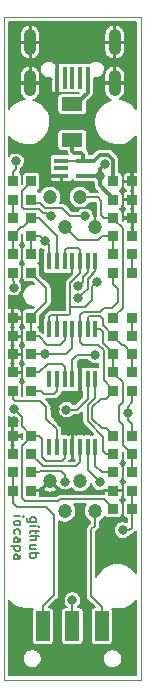
<source format=gbr>
G04 #@! TF.FileFunction,Copper,L1,Top,Signal*
%FSLAX46Y46*%
G04 Gerber Fmt 4.6, Leading zero omitted, Abs format (unit mm)*
G04 Created by KiCad (PCBNEW (after 2015-mar-04 BZR unknown)-product) date 5/23/2015 12:04:12 AM*
%MOMM*%
G01*
G04 APERTURE LIST*
%ADD10C,0.100000*%
%ADD11C,0.200000*%
%ADD12C,0.050000*%
%ADD13R,0.400000X1.850000*%
%ADD14O,1.050000X2.250000*%
%ADD15C,1.200000*%
%ADD16R,1.200000X2.500000*%
%ADD17R,0.840000X0.930000*%
%ADD18R,1.820000X1.170000*%
%ADD19R,0.410000X1.470000*%
%ADD20R,1.230000X0.400000*%
%ADD21C,0.800000*%
%ADD22C,0.300000*%
G04 APERTURE END LIST*
D10*
D11*
X3876889Y14706434D02*
X3229270Y14706434D01*
X3153079Y14744529D01*
X3114984Y14782624D01*
X3076889Y14858815D01*
X3076889Y14973100D01*
X3114984Y15049291D01*
X3381650Y14706434D02*
X3343555Y14782624D01*
X3343555Y14935005D01*
X3381650Y15011196D01*
X3419746Y15049291D01*
X3495936Y15087386D01*
X3724508Y15087386D01*
X3800698Y15049291D01*
X3838793Y15011196D01*
X3876889Y14935005D01*
X3876889Y14782624D01*
X3838793Y14706434D01*
X3343555Y14325481D02*
X3876889Y14325481D01*
X4143555Y14325481D02*
X4105460Y14363576D01*
X4067365Y14325481D01*
X4105460Y14287386D01*
X4143555Y14325481D01*
X4067365Y14325481D01*
X3876889Y14058815D02*
X3876889Y13754053D01*
X4143555Y13944529D02*
X3457841Y13944529D01*
X3381650Y13906434D01*
X3343555Y13830243D01*
X3343555Y13754053D01*
X3343555Y13487386D02*
X4143555Y13487386D01*
X3343555Y13144529D02*
X3762603Y13144529D01*
X3838793Y13182624D01*
X3876889Y13258814D01*
X3876889Y13373100D01*
X3838793Y13449291D01*
X3800698Y13487386D01*
X3876889Y12420719D02*
X3343555Y12420719D01*
X3876889Y12763576D02*
X3457841Y12763576D01*
X3381650Y12725481D01*
X3343555Y12649290D01*
X3343555Y12535004D01*
X3381650Y12458814D01*
X3419746Y12420719D01*
X3343555Y12039766D02*
X4143555Y12039766D01*
X3838793Y12039766D02*
X3876889Y11963575D01*
X3876889Y11811194D01*
X3838793Y11735004D01*
X3800698Y11696909D01*
X3724508Y11658813D01*
X3495936Y11658813D01*
X3419746Y11696909D01*
X3381650Y11735004D01*
X3343555Y11811194D01*
X3343555Y11963575D01*
X3381650Y12039766D01*
X2023555Y15163577D02*
X2556889Y15163577D01*
X2823555Y15163577D02*
X2785460Y15201672D01*
X2747365Y15163577D01*
X2785460Y15125482D01*
X2823555Y15163577D01*
X2747365Y15163577D01*
X2023555Y14668339D02*
X2061650Y14744530D01*
X2099746Y14782625D01*
X2175936Y14820720D01*
X2404508Y14820720D01*
X2480698Y14782625D01*
X2518793Y14744530D01*
X2556889Y14668339D01*
X2556889Y14554053D01*
X2518793Y14477863D01*
X2480698Y14439768D01*
X2404508Y14401672D01*
X2175936Y14401672D01*
X2099746Y14439768D01*
X2061650Y14477863D01*
X2023555Y14554053D01*
X2023555Y14668339D01*
X2061650Y13715958D02*
X2023555Y13792148D01*
X2023555Y13944529D01*
X2061650Y14020720D01*
X2099746Y14058815D01*
X2175936Y14096910D01*
X2404508Y14096910D01*
X2480698Y14058815D01*
X2518793Y14020720D01*
X2556889Y13944529D01*
X2556889Y13792148D01*
X2518793Y13715958D01*
X2023555Y13030244D02*
X2442603Y13030244D01*
X2518793Y13068339D01*
X2556889Y13144529D01*
X2556889Y13296910D01*
X2518793Y13373101D01*
X2061650Y13030244D02*
X2023555Y13106434D01*
X2023555Y13296910D01*
X2061650Y13373101D01*
X2137841Y13411196D01*
X2214031Y13411196D01*
X2290222Y13373101D01*
X2328317Y13296910D01*
X2328317Y13106434D01*
X2366412Y13030244D01*
X2556889Y12649291D02*
X1756889Y12649291D01*
X2518793Y12649291D02*
X2556889Y12573100D01*
X2556889Y12420719D01*
X2518793Y12344529D01*
X2480698Y12306434D01*
X2404508Y12268338D01*
X2175936Y12268338D01*
X2099746Y12306434D01*
X2061650Y12344529D01*
X2023555Y12420719D01*
X2023555Y12573100D01*
X2061650Y12649291D01*
X2023555Y11582624D02*
X2442603Y11582624D01*
X2518793Y11620719D01*
X2556889Y11696909D01*
X2556889Y11849290D01*
X2518793Y11925481D01*
X2061650Y11582624D02*
X2023555Y11658814D01*
X2023555Y11849290D01*
X2061650Y11925481D01*
X2137841Y11963576D01*
X2214031Y11963576D01*
X2290222Y11925481D01*
X2328317Y11849290D01*
X2328317Y11658814D01*
X2366412Y11582624D01*
D12*
X1149600Y1307800D02*
X12769600Y1307800D01*
X12769600Y1307800D02*
X12769600Y57457500D01*
X1149600Y57457500D02*
X12769600Y57457500D01*
X1149600Y1307800D02*
X1149600Y57457500D01*
D13*
X8259600Y52282500D03*
X7609600Y52282500D03*
X6959600Y52282500D03*
X6309600Y52282500D03*
X5659600Y52282500D03*
D14*
X3384600Y51857500D03*
X10534600Y51857500D03*
X10534600Y55307500D03*
X3384600Y55307500D03*
D15*
X5054600Y42192500D03*
X6324600Y39652500D03*
X7594600Y42192500D03*
X8864600Y39652500D03*
D16*
X4459600Y5857800D03*
X6959600Y5857800D03*
X9459600Y5857800D03*
D15*
X8864600Y15592500D03*
X7594600Y18132500D03*
X6324600Y15592500D03*
X5054600Y18132500D03*
D17*
X12024600Y43542500D03*
X10434600Y43542500D03*
D18*
X6959600Y50062500D03*
X6959600Y47022500D03*
D19*
X5009600Y31022500D03*
X5659600Y31022500D03*
X6309600Y31022500D03*
X6959600Y31022500D03*
X7609600Y31022500D03*
X8259600Y31022500D03*
X8909600Y31022500D03*
X8909600Y36762500D03*
X8259600Y36762500D03*
X7609600Y36762500D03*
X6959600Y36762500D03*
X6309600Y36762500D03*
X5659600Y36762500D03*
X5009600Y36762500D03*
D17*
X12024600Y41972500D03*
X10434600Y41972500D03*
X10434600Y40432500D03*
X12024600Y40432500D03*
X10434600Y38892500D03*
X12024600Y38892500D03*
X12024600Y37352500D03*
X10434600Y37352500D03*
X10434600Y35812500D03*
X12024600Y35812500D03*
D20*
X6019600Y45292500D03*
X6019600Y44642500D03*
X6019600Y43992500D03*
X7899600Y43992500D03*
X7899600Y45292500D03*
D17*
X3484600Y43542500D03*
X1894600Y43542500D03*
X1894600Y41972500D03*
X3484600Y41972500D03*
X3484600Y40432500D03*
X1894600Y40432500D03*
X3484600Y38892500D03*
X1894600Y38892500D03*
X3484600Y37352500D03*
X1894600Y37352500D03*
X1894600Y35812500D03*
X3484600Y35812500D03*
D19*
X8909600Y26762500D03*
X8259600Y26762500D03*
X7609600Y26762500D03*
X6959600Y26762500D03*
X6309600Y26762500D03*
X5659600Y26762500D03*
X5009600Y26762500D03*
X5009600Y21022500D03*
X5659600Y21022500D03*
X6309600Y21022500D03*
X6959600Y21022500D03*
X7609600Y21022500D03*
X8259600Y21022500D03*
X8909600Y21022500D03*
D17*
X12024600Y31972500D03*
X10434600Y31972500D03*
X10434600Y30432500D03*
X12024600Y30432500D03*
X10434600Y28892500D03*
X12024600Y28892500D03*
X10434600Y27352500D03*
X12024600Y27352500D03*
X12024600Y25812500D03*
X10434600Y25812500D03*
X3484600Y31972500D03*
X1894600Y31972500D03*
X3484600Y30432500D03*
X1894600Y30432500D03*
X1894600Y28892500D03*
X3484600Y28892500D03*
X1894600Y27352500D03*
X3484600Y27352500D03*
X3484600Y25812500D03*
X1894600Y25812500D03*
X1894600Y21972500D03*
X3484600Y21972500D03*
X3484600Y20432500D03*
X1894600Y20432500D03*
X1894600Y18892500D03*
X3484600Y18892500D03*
X3484600Y17352500D03*
X1894600Y17352500D03*
X10434600Y21972500D03*
X12024600Y21972500D03*
X10434600Y20432500D03*
X12024600Y20432500D03*
X10434600Y18892500D03*
X12024600Y18892500D03*
X12024600Y17352500D03*
X10434600Y17352500D03*
X10434600Y15812500D03*
X12024600Y15812500D03*
D21*
X8010000Y40592489D03*
X4654819Y38474291D03*
X6319520Y18110200D03*
X9015681Y35027919D03*
X11649990Y23900000D03*
X6964680Y14015720D03*
X11459626Y6770820D03*
X11467494Y5648129D03*
X2524760Y5669280D03*
X2537460Y6774180D03*
X2471330Y33329880D03*
X5459611Y24221440D03*
X1986262Y23251284D03*
X4386580Y44877229D03*
X3233420Y44877229D03*
X11050383Y45886816D03*
X11826240Y45097700D03*
X5036317Y35295337D03*
X1986280Y34541460D03*
X4606260Y28890548D03*
X1990638Y24251276D03*
X2189480Y45227240D03*
X9260840Y44000420D03*
X9684590Y45001180D03*
X5156200Y40592489D03*
X6459599Y24216293D03*
X9276080Y18052510D03*
X6959600Y8077200D03*
X11224260Y13992860D03*
X7449194Y34643507D03*
X8915400Y28829000D03*
X7449194Y33643504D03*
D11*
X1894600Y41972500D02*
X1894600Y40432500D01*
X6157824Y41213176D02*
X6078501Y41292499D01*
X6078501Y41292499D02*
X4622599Y41292499D01*
X4622599Y41292499D02*
X4208298Y41706800D01*
X4208298Y41706800D02*
X3750300Y41706800D01*
X3750300Y41706800D02*
X3484600Y41972500D01*
X6157824Y41213176D02*
X6756601Y40614399D01*
X6778511Y40592489D02*
X6157824Y41213176D01*
X8010000Y40592489D02*
X6778511Y40592489D01*
X8909600Y21022500D02*
X8909600Y19452298D01*
X8909600Y19452298D02*
X9469398Y18892500D01*
X9469398Y18892500D02*
X10434600Y18892500D01*
X8909600Y31022500D02*
X9314600Y31022500D01*
X9314600Y31022500D02*
X9588833Y30748268D01*
X9588833Y30748268D02*
X9588833Y29813466D01*
X9588833Y29813466D02*
X10434600Y28967699D01*
X10434600Y28967699D02*
X10434600Y28892500D01*
X10434600Y27352500D02*
X10434600Y27299640D01*
X10434600Y27299640D02*
X11220000Y26514240D01*
X11220000Y26514240D02*
X11220000Y24856900D01*
X11220000Y24856900D02*
X10904220Y24541120D01*
X10904220Y24541120D02*
X10904220Y23248569D01*
X10904220Y23248569D02*
X10988321Y23164468D01*
X12024600Y20432500D02*
X12024600Y20474700D01*
X12024600Y20474700D02*
X11249660Y21249640D01*
X11249660Y21249640D02*
X11249660Y22903129D01*
X11249660Y22903129D02*
X10988321Y23164468D01*
X11154601Y22998188D02*
X10988321Y23164468D01*
X10434600Y28892500D02*
X10434600Y27352500D01*
X12024600Y20432500D02*
X12024600Y18892500D01*
X3484600Y25812500D02*
X4305202Y25812500D01*
X5419787Y25536587D02*
X5659600Y25776400D01*
X4305202Y25812500D02*
X4581115Y25536587D01*
X4581115Y25536587D02*
X5419787Y25536587D01*
X5659600Y25776400D02*
X5659600Y26762500D01*
X5659600Y21022500D02*
X5659600Y22550361D01*
X5659600Y22550361D02*
X4759601Y23450360D01*
X4759601Y23450360D02*
X4759601Y24396501D01*
X2099300Y24942800D02*
X1894600Y25147500D01*
X4759601Y24396501D02*
X4213601Y24942501D01*
X3570395Y24942501D02*
X3570096Y24942800D01*
X3570096Y24942800D02*
X2099300Y24942800D01*
X4213601Y24942501D02*
X3570395Y24942501D01*
X1894600Y25147500D02*
X1894600Y25812500D01*
X8909600Y26762500D02*
X8909600Y25212201D01*
X8909600Y25212201D02*
X8259589Y24562190D01*
X9814600Y20432500D02*
X10434600Y20432500D01*
X8259589Y24562190D02*
X8259589Y23222810D01*
X8259589Y23222810D02*
X9575800Y21906600D01*
X9575800Y21906600D02*
X9575800Y20671300D01*
X9575800Y20671300D02*
X9814600Y20432500D01*
X5009600Y36762500D02*
X5009600Y38119510D01*
X5009600Y38119510D02*
X4654819Y38474291D01*
X3484600Y38892500D02*
X4236610Y38892500D01*
X4236610Y38892500D02*
X4654819Y38474291D01*
X3484600Y37352500D02*
X3484600Y38892500D01*
X6319520Y18708544D02*
X6319520Y18110200D01*
X5995563Y19032501D02*
X6319520Y18708544D01*
X4244601Y19032501D02*
X5995563Y19032501D01*
X4104600Y18892500D02*
X4244601Y19032501D01*
X3484600Y18892500D02*
X4104600Y18892500D01*
X2606500Y39649400D02*
X2746500Y39649400D01*
X2746500Y39649400D02*
X3484600Y40387500D01*
X3484600Y40387500D02*
X3484600Y40432500D01*
X1894600Y38892500D02*
X1894600Y38937500D01*
X1894600Y38937500D02*
X2606500Y39649400D01*
X3484600Y40432500D02*
X3484600Y40400960D01*
X1894600Y37352500D02*
X1894600Y37397500D01*
X3484600Y40432500D02*
X4104600Y40432500D01*
X4104600Y40432500D02*
X5659600Y38877500D01*
X5659600Y38877500D02*
X5659600Y37697500D01*
X5659600Y37697500D02*
X5659600Y36762500D01*
X1894600Y38892500D02*
X1894600Y37352500D01*
X12024600Y31972500D02*
X12024600Y30432500D01*
X10434600Y40432500D02*
X10434600Y40375560D01*
X10434600Y40375560D02*
X11226800Y39583360D01*
X11226800Y39583360D02*
X11226800Y32809180D01*
X11226800Y32809180D02*
X10434600Y32016980D01*
X10434600Y32016980D02*
X10434600Y31972500D01*
X9094851Y42192500D02*
X7594600Y42192500D01*
X9408160Y40685720D02*
X9408160Y41879191D01*
X9408160Y41879191D02*
X9094851Y42192500D01*
X9661380Y40432500D02*
X9408160Y40685720D01*
X10434600Y40432500D02*
X9661380Y40432500D01*
X12024600Y35812500D02*
X12024600Y37352500D01*
X10434600Y38892500D02*
X9436602Y38892500D01*
X9436602Y38892500D02*
X9114002Y38569900D01*
X9114002Y38569900D02*
X7407200Y38569900D01*
X7407200Y38569900D02*
X6924599Y39052501D01*
X6924599Y39052501D02*
X6324600Y39652500D01*
X10434600Y38892500D02*
X10434600Y37352500D01*
X4459600Y5857800D02*
X4459600Y7553320D01*
X4459600Y7553320D02*
X5379720Y8473440D01*
X5379720Y8473440D02*
X5379720Y15303983D01*
X5379720Y15303983D02*
X4724883Y15958820D01*
X4724883Y15958820D02*
X2263140Y15958820D01*
X2263140Y15958820D02*
X1894600Y16327360D01*
X1894600Y16327360D02*
X1894600Y17352500D01*
X1894600Y18892500D02*
X1894600Y17352500D01*
X8659599Y23787646D02*
X8659599Y24396501D01*
X8659599Y24396501D02*
X9407005Y25143907D01*
X9407005Y25143907D02*
X9811007Y25143907D01*
X9811007Y25143907D02*
X10434600Y25767500D01*
X10434600Y25767500D02*
X10434600Y25812500D01*
X8659599Y23787646D02*
X8659599Y23388499D01*
X8659599Y23388499D02*
X9433567Y22614531D01*
X9433567Y22614531D02*
X9828889Y22614531D01*
X9828889Y22614531D02*
X10434600Y22008820D01*
X10434600Y22008820D02*
X10434600Y21972500D01*
X9615401Y26746697D02*
X9615401Y27695464D01*
X9615401Y27695464D02*
X9615401Y29221199D01*
X10434600Y25887400D02*
X9615401Y26706599D01*
X9615401Y26706599D02*
X9615401Y27695464D01*
X10434600Y25812500D02*
X10434600Y25887400D01*
X9615401Y29221199D02*
X9149110Y29687490D01*
X9149110Y29687490D02*
X7863653Y29687490D01*
X7863653Y29687490D02*
X7609600Y29941543D01*
X7609600Y29941543D02*
X7609600Y30087500D01*
X7609600Y30087500D02*
X7609600Y31022500D01*
X7609600Y31022500D02*
X7609600Y32230332D01*
X7609600Y32230332D02*
X7884878Y32505610D01*
X7884878Y32505610D02*
X9287513Y32505610D01*
X9287513Y32505610D02*
X9603783Y32821880D01*
X9603783Y32821880D02*
X10352535Y32821880D01*
X10352535Y32821880D02*
X10826790Y33296135D01*
X10826790Y33296135D02*
X10826790Y34436010D01*
X10826790Y34436010D02*
X10434600Y34828200D01*
X10434600Y34828200D02*
X10434600Y35812500D01*
X8659599Y23787646D02*
X8659599Y24107929D01*
X8659599Y33501933D02*
X8659599Y34671837D01*
X8659599Y34671837D02*
X9015681Y35027919D01*
X5735344Y32194005D02*
X6613665Y32194005D01*
X5144362Y32194005D02*
X5735344Y32194005D01*
X5735344Y32194005D02*
X5659600Y32118261D01*
X5659600Y32118261D02*
X5659600Y31022500D01*
X6749193Y32499713D02*
X6749193Y32614446D01*
X6749193Y32614446D02*
X6749193Y32921399D01*
X6613665Y32194005D02*
X6749193Y32329533D01*
X6749193Y32329533D02*
X6749193Y32614446D01*
X5009600Y32059243D02*
X5144362Y32194005D01*
X5009600Y31833505D02*
X5009600Y32059243D01*
X6764972Y32905620D02*
X7796556Y32905620D01*
X6749193Y32921399D02*
X6764972Y32905620D01*
X6749193Y34942071D02*
X6749193Y32921399D01*
X7796556Y32905620D02*
X8063286Y32905620D01*
X7719189Y32905620D02*
X7796556Y32905620D01*
X5009600Y31833505D02*
X5009600Y32042820D01*
X5009600Y31022500D02*
X5009600Y31833505D01*
X7609600Y36762500D02*
X7609600Y37697500D01*
X7609600Y37697500D02*
X7435700Y37871400D01*
X7435700Y37871400D02*
X6483500Y37871400D01*
X6483500Y37871400D02*
X6309600Y37697500D01*
X6309600Y37697500D02*
X6309600Y36762500D01*
X12024600Y22637500D02*
X12024600Y22971852D01*
X11649990Y23900000D02*
X11649990Y23334315D01*
X11649990Y23334315D02*
X12012453Y22971852D01*
X12012453Y22971852D02*
X12024600Y22971852D01*
X12024600Y25812500D02*
X12024600Y24907719D01*
X11649990Y23900000D02*
X11649990Y24465685D01*
X11649990Y24465685D02*
X12024600Y24840295D01*
X12024600Y24840295D02*
X12024600Y24907719D01*
X8063286Y32905620D02*
X8659599Y33501933D01*
X7609600Y35802478D02*
X7609600Y36762500D01*
X12024600Y25812500D02*
X12024600Y25080200D01*
X12024600Y21972500D02*
X12024600Y22637500D01*
X7609600Y35802478D02*
X6749193Y34942071D01*
X11529060Y6776720D02*
X11518900Y6786880D01*
X2537460Y6774180D02*
X2537460Y5681980D01*
X2537460Y5681980D02*
X2524760Y5669280D01*
X8864600Y39652500D02*
X8864600Y40944902D01*
X8864600Y40944902D02*
X8517003Y41292499D01*
X8517003Y41292499D02*
X6858281Y41292499D01*
X6858281Y41292499D02*
X6019600Y42131180D01*
X6019600Y42131180D02*
X6019600Y43992500D01*
X5459611Y24221440D02*
X5459611Y23316049D01*
X5459611Y23316049D02*
X5948680Y22826980D01*
X5948680Y22826980D02*
X6610849Y22826980D01*
X6610849Y22826980D02*
X6959600Y22478229D01*
X6959600Y22478229D02*
X6959600Y21780484D01*
X6959600Y21780484D02*
X6959600Y21022500D01*
X8232861Y17192753D02*
X8392608Y17352500D01*
X5054600Y18132500D02*
X5888798Y17298302D01*
X8232861Y17192753D02*
X5994347Y17192753D01*
X5994347Y17192753D02*
X5888798Y17298302D01*
X10434600Y17352500D02*
X8392608Y17352500D01*
X7371080Y25156160D02*
X7609600Y25394680D01*
X7609600Y25394680D02*
X7609600Y26762500D01*
X5828646Y25156160D02*
X7371080Y25156160D01*
X5459611Y24221440D02*
X5459611Y24787125D01*
X5459611Y24787125D02*
X5828646Y25156160D01*
X1894600Y31972500D02*
X1894600Y32753150D01*
X1894600Y32753150D02*
X2471330Y33329880D01*
X1894600Y27352500D02*
X1894600Y28168927D01*
X1894600Y31972500D02*
X1894600Y30432500D01*
X1894600Y30432500D02*
X1894600Y28892500D01*
X1894600Y20432500D02*
X1894600Y21972500D01*
X4274600Y17352500D02*
X5054600Y18132500D01*
X3484600Y17352500D02*
X4274600Y17352500D01*
X1874996Y21992104D02*
X1894600Y21972500D01*
X5054600Y18132500D02*
X5261218Y18132500D01*
X1894600Y28168927D02*
X1894600Y28892500D01*
X1986262Y23251284D02*
X1986262Y22781242D01*
X1894600Y22689580D02*
X1894600Y21972500D01*
X1986262Y22781242D02*
X1894600Y22689580D01*
D22*
X6019600Y43992500D02*
X4610400Y43992500D01*
X4386580Y44216320D02*
X4386580Y44877229D01*
X4610400Y43992500D02*
X4386580Y44216320D01*
X3233420Y44877229D02*
X4386580Y44877229D01*
D11*
X12024600Y40432500D02*
X12024600Y38892500D01*
X12024600Y40432500D02*
X12024600Y41972500D01*
X12024600Y43542500D02*
X12024600Y41972500D01*
D22*
X11050383Y45873557D02*
X11826240Y45097700D01*
X11050383Y45886816D02*
X11050383Y45873557D01*
X11826240Y44505860D02*
X11826240Y45097700D01*
X12024600Y44307500D02*
X11826240Y44505860D01*
X12024600Y43542500D02*
X12024600Y44307500D01*
X5659600Y52282500D02*
X5659600Y50980820D01*
X5659600Y50980820D02*
X5341620Y50662840D01*
X4209600Y51857500D02*
X4488180Y51578920D01*
X3384600Y51857500D02*
X4209600Y51857500D01*
X4488180Y50946142D02*
X4771482Y50662840D01*
X4488180Y51578920D02*
X4488180Y50946142D01*
X4966557Y50662840D02*
X4966557Y50042223D01*
X5341620Y50662840D02*
X4966557Y50662840D01*
X4966557Y50662840D02*
X4771482Y50662840D01*
X4966557Y50042223D02*
X5412740Y49596040D01*
X5412740Y49596040D02*
X5412740Y47482760D01*
X4386580Y46456600D02*
X4386580Y44877229D01*
X5412740Y47482760D02*
X4386580Y46456600D01*
D11*
X6787738Y35546315D02*
X6536760Y35295337D01*
X6959600Y36762500D02*
X6959600Y35718177D01*
X6959600Y35718177D02*
X6787738Y35546315D01*
X6536760Y35295337D02*
X5036317Y35295337D01*
X6116320Y28049220D02*
X4859020Y28049220D01*
X4859020Y28049220D02*
X4162300Y27352500D01*
X6309600Y27855940D02*
X6116320Y28049220D01*
X6309600Y26762500D02*
X6309600Y27855940D01*
X4162300Y27352500D02*
X3484600Y27352500D01*
X1894600Y35812500D02*
X1894600Y35147500D01*
X1894600Y35147500D02*
X1986280Y35055820D01*
X1986280Y35055820D02*
X1986280Y35003740D01*
X1986280Y34541460D02*
X1986280Y35003740D01*
X6431868Y28890548D02*
X6959600Y29418280D01*
X6959600Y29418280D02*
X6959600Y31022500D01*
X4606260Y28890548D02*
X6431868Y28890548D01*
X3484600Y21972500D02*
X3484600Y21927500D01*
X3484600Y21927500D02*
X2720340Y21163240D01*
X2720340Y21163240D02*
X2720340Y16691758D01*
X2720340Y16691758D02*
X2958540Y16453558D01*
X2958540Y16453558D02*
X5777907Y16453558D01*
X5777907Y16453558D02*
X5953729Y16629380D01*
X5953729Y16629380D02*
X9662720Y16629380D01*
X9662720Y16629380D02*
X10434600Y15857500D01*
X10434600Y15857500D02*
X10434600Y15812500D01*
X3484600Y21972500D02*
X4104600Y21972500D01*
X4104600Y21972500D02*
X4368800Y21708300D01*
X4368800Y21708300D02*
X4368800Y20183298D01*
X4368800Y20183298D02*
X4719577Y19832521D01*
X4719577Y19832521D02*
X6054621Y19832521D01*
X6054621Y19832521D02*
X6309600Y20087500D01*
X6309600Y20087500D02*
X6309600Y21022500D01*
X5762648Y28890548D02*
X4606260Y28890548D01*
X3484600Y28892500D02*
X4604308Y28892500D01*
X4604308Y28892500D02*
X4606260Y28890548D01*
X6959600Y30087500D02*
X6959600Y31022500D01*
X2686281Y23555633D02*
X1990638Y24251276D01*
X2686281Y22815819D02*
X2686281Y23555633D01*
X3484600Y22017500D02*
X2686281Y22815819D01*
X3484600Y21972500D02*
X3484600Y22017500D01*
X2189480Y44615100D02*
X2189480Y45227240D01*
X1894600Y44320220D02*
X2189480Y44615100D01*
X1894600Y43542500D02*
X1894600Y44320220D01*
D22*
X9252920Y43992500D02*
X9260840Y44000420D01*
X7899600Y43992500D02*
X9252920Y43992500D01*
X9260840Y43191260D02*
X9260840Y44000420D01*
X10434600Y42017500D02*
X9260840Y43191260D01*
X10434600Y41972500D02*
X10434600Y42017500D01*
X9260840Y44577430D02*
X9684590Y45001180D01*
X9260840Y44000420D02*
X9260840Y44577430D01*
X6959600Y47022500D02*
X6959600Y46137500D01*
X6959600Y46137500D02*
X7133260Y45963840D01*
X7133260Y45963840D02*
X7728260Y45963840D01*
X7728260Y45963840D02*
X7899600Y45792500D01*
X7899600Y45792500D02*
X7899600Y45292500D01*
D11*
X6974919Y45292500D02*
X6019600Y45292500D01*
X7899600Y45292500D02*
X6974919Y45292500D01*
X6980000Y45287419D02*
X6974919Y45292500D01*
X7899600Y45292500D02*
X7499840Y45292500D01*
D22*
X10434600Y44102838D02*
X10434600Y43542500D01*
X10434600Y45361172D02*
X10434600Y44102838D01*
X9999572Y45796200D02*
X10434600Y45361172D01*
X9318300Y45796200D02*
X9999572Y45796200D01*
X8814600Y45292500D02*
X9318300Y45796200D01*
X7899600Y45292500D02*
X8814600Y45292500D01*
D11*
X10434600Y30432500D02*
X10434600Y30468199D01*
X10434600Y30468199D02*
X9525000Y31377799D01*
X9525000Y31377799D02*
X9525000Y31887102D01*
X9525000Y31887102D02*
X9306502Y32105600D01*
X9306502Y32105600D02*
X8407400Y32105600D01*
X8407400Y32105600D02*
X8259600Y31957800D01*
X8259600Y31957800D02*
X8259600Y31022500D01*
X11303000Y29667200D02*
X11154900Y29667200D01*
X11154900Y29667200D02*
X10434600Y30387500D01*
X10434600Y30387500D02*
X10434600Y30432500D01*
X12024600Y28945600D02*
X11303000Y29667200D01*
X12024600Y28892500D02*
X12024600Y28945600D01*
X12024600Y28892500D02*
X12024600Y27352500D01*
X4759601Y33292501D02*
X4759601Y34229189D01*
X4759601Y34229189D02*
X4759601Y34396501D01*
X3484600Y35766020D02*
X4759601Y34491019D01*
X4759601Y34491019D02*
X4759601Y34229189D01*
X3484600Y35812500D02*
X3484600Y35766020D01*
X3484600Y30432500D02*
X4104600Y30432500D01*
X4104600Y30432500D02*
X4821640Y29715460D01*
X4821640Y29715460D02*
X5937560Y29715460D01*
X5937560Y29715460D02*
X6309600Y30087500D01*
X6309600Y30087500D02*
X6309600Y31022500D01*
X3484600Y32017500D02*
X4759601Y33292501D01*
X3484600Y31972500D02*
X3484600Y32017500D01*
X3484600Y30432500D02*
X3484600Y31972500D01*
D22*
X7268580Y50062500D02*
X8259600Y51053520D01*
X8259600Y51053520D02*
X8259600Y52282500D01*
X6959600Y50062500D02*
X7268580Y50062500D01*
D11*
X3484600Y43497500D02*
X3484600Y43542500D01*
X3484600Y43542500D02*
X3484600Y43507380D01*
X5020831Y40592489D02*
X5156200Y40592489D01*
X4720831Y40892489D02*
X5020831Y40592489D01*
X4456911Y40892489D02*
X4720831Y40892489D01*
X4141901Y41207499D02*
X4456911Y40892489D01*
X2824599Y41207499D02*
X2677160Y41354938D01*
X4141901Y41207499D02*
X2824599Y41207499D01*
X2677160Y42690060D02*
X3484600Y43497500D01*
X2677160Y41354938D02*
X2677160Y42690060D01*
X8259600Y26762500D02*
X8259600Y25127899D01*
X8259600Y25127899D02*
X7347994Y24216293D01*
X7347994Y24216293D02*
X7025284Y24216293D01*
X7025284Y24216293D02*
X6459599Y24216293D01*
X8259600Y19068990D02*
X8259600Y21022500D01*
X9276080Y18052510D02*
X8259600Y19068990D01*
X8864600Y15592500D02*
X8864600Y14384020D01*
X8864600Y14384020D02*
X8539480Y14058900D01*
X8539480Y14058900D02*
X8539480Y8415936D01*
X8539480Y8415936D02*
X9459600Y7495816D01*
X9459600Y7495816D02*
X9459600Y5857800D01*
X6959600Y5857800D02*
X6959600Y8077200D01*
X4433329Y19432511D02*
X7291311Y19432511D01*
X7291311Y19432511D02*
X7609600Y19750800D01*
X3484600Y20388860D02*
X4207623Y19665837D01*
X4207623Y19665837D02*
X4207623Y19658217D01*
X4207623Y19658217D02*
X4433329Y19432511D01*
X3484600Y20432500D02*
X3484600Y20388860D01*
X7609600Y19750800D02*
X7609600Y21022500D01*
X11224260Y13992860D02*
X11789945Y13992860D01*
X11789945Y13992860D02*
X12024600Y14227515D01*
X12024600Y14227515D02*
X12024600Y15252374D01*
X12024600Y15252374D02*
X12024600Y15812500D01*
X12024600Y15812500D02*
X12024600Y15767500D01*
X12024600Y17397500D02*
X12024600Y17352500D01*
X12024600Y17352500D02*
X12024600Y15812500D01*
X8259600Y36762500D02*
X8259600Y35827500D01*
X7849193Y35417093D02*
X8082755Y35650655D01*
X7849193Y35043506D02*
X7849193Y35417093D01*
X7449194Y34643507D02*
X7849193Y35043506D01*
X8259600Y35827500D02*
X8082755Y35650655D01*
X6959600Y26762500D02*
X6959600Y27862547D01*
X6959600Y26762500D02*
X6959600Y27697500D01*
X6959600Y27862547D02*
X6959600Y28427680D01*
X7360920Y28829000D02*
X8915400Y28829000D01*
X6959600Y28427680D02*
X7360920Y28829000D01*
X8249203Y35251404D02*
X8249203Y34443513D01*
X8789329Y35791530D02*
X8249203Y35251404D01*
X8909600Y35911801D02*
X8909600Y36762500D01*
X8249203Y35251404D02*
X8909600Y35911801D01*
X7485193Y33643504D02*
X7449194Y33643504D01*
X7849193Y34043503D02*
X7449194Y33643504D01*
X8249203Y34443513D02*
X7849193Y34043503D01*
G36*
X2712906Y21792202D02*
X2664600Y21743896D01*
X2664600Y21835000D01*
X2577100Y21922500D01*
X1944600Y21922500D01*
X1944600Y21245000D01*
X1987100Y21202500D01*
X1944600Y21160000D01*
X1944600Y20482500D01*
X1964600Y20482500D01*
X1964600Y20382500D01*
X1944600Y20382500D01*
X1944600Y20362500D01*
X1844600Y20362500D01*
X1844600Y20382500D01*
X1824600Y20382500D01*
X1824600Y20482500D01*
X1844600Y20482500D01*
X1844600Y21160000D01*
X1802100Y21202500D01*
X1844600Y21245000D01*
X1844600Y21922500D01*
X1824600Y21922500D01*
X1824600Y22022500D01*
X1844600Y22022500D01*
X1844600Y22700000D01*
X1757100Y22787500D01*
X1573200Y22787500D01*
X1573200Y23628011D01*
X1622973Y23593417D01*
X1757754Y23534532D01*
X1901405Y23502948D01*
X2048456Y23499868D01*
X2097076Y23508442D01*
X2236281Y23369237D01*
X2236281Y22815819D01*
X2239057Y22787500D01*
X2032100Y22787500D01*
X1944600Y22700000D01*
X1944600Y22022500D01*
X2577100Y22022500D01*
X2664600Y22110000D01*
X2664600Y22201104D01*
X2712906Y22152798D01*
X2712906Y21792202D01*
X2712906Y21792202D01*
G37*
X2712906Y21792202D02*
X2664600Y21743896D01*
X2664600Y21835000D01*
X2577100Y21922500D01*
X1944600Y21922500D01*
X1944600Y21245000D01*
X1987100Y21202500D01*
X1944600Y21160000D01*
X1944600Y20482500D01*
X1964600Y20482500D01*
X1964600Y20382500D01*
X1944600Y20382500D01*
X1944600Y20362500D01*
X1844600Y20362500D01*
X1844600Y20382500D01*
X1824600Y20382500D01*
X1824600Y20482500D01*
X1844600Y20482500D01*
X1844600Y21160000D01*
X1802100Y21202500D01*
X1844600Y21245000D01*
X1844600Y21922500D01*
X1824600Y21922500D01*
X1824600Y22022500D01*
X1844600Y22022500D01*
X1844600Y22700000D01*
X1757100Y22787500D01*
X1573200Y22787500D01*
X1573200Y23628011D01*
X1622973Y23593417D01*
X1757754Y23534532D01*
X1901405Y23502948D01*
X2048456Y23499868D01*
X2097076Y23508442D01*
X2236281Y23369237D01*
X2236281Y22815819D01*
X2239057Y22787500D01*
X2032100Y22787500D01*
X1944600Y22700000D01*
X1944600Y22022500D01*
X2577100Y22022500D01*
X2664600Y22110000D01*
X2664600Y22201104D01*
X2712906Y22152798D01*
X2712906Y21792202D01*
G36*
X3747160Y32916457D02*
X3619898Y32789194D01*
X3064600Y32789194D01*
X3007805Y32784577D01*
X2913554Y32755106D01*
X2831211Y32700593D01*
X2767270Y32625338D01*
X2726771Y32535273D01*
X2712906Y32437500D01*
X2712906Y31507500D01*
X2717523Y31450705D01*
X2746994Y31356454D01*
X2801507Y31274111D01*
X2876762Y31210170D01*
X2894231Y31202315D01*
X2831211Y31160593D01*
X2767270Y31085338D01*
X2726771Y30995273D01*
X2712906Y30897500D01*
X2712906Y29967500D01*
X2717523Y29910705D01*
X2746994Y29816454D01*
X2801507Y29734111D01*
X2876762Y29670170D01*
X2894231Y29662315D01*
X2831211Y29620593D01*
X2767270Y29545338D01*
X2726771Y29455273D01*
X2712906Y29357500D01*
X2712906Y28427500D01*
X2717523Y28370705D01*
X2746994Y28276454D01*
X2801507Y28194111D01*
X2876762Y28130170D01*
X2894231Y28122315D01*
X2831211Y28080593D01*
X2767270Y28005338D01*
X2726771Y27915273D01*
X2712906Y27817500D01*
X2712906Y26887500D01*
X2717523Y26830705D01*
X2746994Y26736454D01*
X2801507Y26654111D01*
X2876762Y26590170D01*
X2894231Y26582315D01*
X2831211Y26540593D01*
X2767270Y26465338D01*
X2726771Y26375273D01*
X2712906Y26277500D01*
X2712906Y25392800D01*
X2666294Y25392800D01*
X2666294Y26277500D01*
X2661677Y26334295D01*
X2632206Y26428546D01*
X2577693Y26510889D01*
X2502438Y26574830D01*
X2487017Y26581765D01*
X2537712Y26615637D01*
X2586463Y26664388D01*
X2624766Y26721713D01*
X2651150Y26785409D01*
X2664600Y26853028D01*
X2664600Y26921972D01*
X2664600Y27215000D01*
X2664600Y27490000D01*
X2664600Y27783028D01*
X2664600Y27851972D01*
X2651150Y27919591D01*
X2624766Y27983287D01*
X2586463Y28040612D01*
X2537712Y28089363D01*
X2488118Y28122500D01*
X2537712Y28155637D01*
X2586463Y28204388D01*
X2624766Y28261713D01*
X2651150Y28325409D01*
X2664600Y28393028D01*
X2664600Y28461972D01*
X2664600Y28755000D01*
X2664600Y29030000D01*
X2664600Y29323028D01*
X2664600Y29391972D01*
X2651150Y29459591D01*
X2624766Y29523287D01*
X2586463Y29580612D01*
X2537712Y29629363D01*
X2488118Y29662500D01*
X2537712Y29695637D01*
X2586463Y29744388D01*
X2624766Y29801713D01*
X2651150Y29865409D01*
X2664600Y29933028D01*
X2664600Y30001972D01*
X2664600Y30295000D01*
X2664600Y30570000D01*
X2664600Y30863028D01*
X2664600Y30931972D01*
X2651150Y30999591D01*
X2624766Y31063287D01*
X2586463Y31120612D01*
X2537712Y31169363D01*
X2488118Y31202500D01*
X2537712Y31235637D01*
X2586463Y31284388D01*
X2624766Y31341713D01*
X2651150Y31405409D01*
X2664600Y31473028D01*
X2664600Y31541972D01*
X2664600Y31835000D01*
X2664600Y32110000D01*
X2664600Y32403028D01*
X2664600Y32471972D01*
X2651150Y32539591D01*
X2624766Y32603287D01*
X2586463Y32660612D01*
X2537712Y32709363D01*
X2480387Y32747666D01*
X2416691Y32774050D01*
X2349072Y32787500D01*
X2032100Y32787500D01*
X1944600Y32700000D01*
X1944600Y32022500D01*
X2577100Y32022500D01*
X2664600Y32110000D01*
X2664600Y31835000D01*
X2577100Y31922500D01*
X1944600Y31922500D01*
X1944600Y31245000D01*
X1987100Y31202500D01*
X1944600Y31160000D01*
X1944600Y30482500D01*
X2577100Y30482500D01*
X2664600Y30570000D01*
X2664600Y30295000D01*
X2577100Y30382500D01*
X1944600Y30382500D01*
X1944600Y29705000D01*
X1987100Y29662500D01*
X1944600Y29620000D01*
X1944600Y28942500D01*
X2577100Y28942500D01*
X2664600Y29030000D01*
X2664600Y28755000D01*
X2577100Y28842500D01*
X1944600Y28842500D01*
X1944600Y28165000D01*
X1987100Y28122500D01*
X1944600Y28080000D01*
X1944600Y27402500D01*
X2577100Y27402500D01*
X2664600Y27490000D01*
X2664600Y27215000D01*
X2577100Y27302500D01*
X1944600Y27302500D01*
X1944600Y27282500D01*
X1844600Y27282500D01*
X1844600Y27302500D01*
X1824600Y27302500D01*
X1824600Y27402500D01*
X1844600Y27402500D01*
X1844600Y28080000D01*
X1802100Y28122500D01*
X1844600Y28165000D01*
X1844600Y28842500D01*
X1824600Y28842500D01*
X1824600Y28942500D01*
X1844600Y28942500D01*
X1844600Y29620000D01*
X1802100Y29662500D01*
X1844600Y29705000D01*
X1844600Y30382500D01*
X1824600Y30382500D01*
X1824600Y30482500D01*
X1844600Y30482500D01*
X1844600Y31160000D01*
X1802100Y31202500D01*
X1844600Y31245000D01*
X1844600Y31922500D01*
X1824600Y31922500D01*
X1824600Y32022500D01*
X1844600Y32022500D01*
X1844600Y32700000D01*
X1757100Y32787500D01*
X1573200Y32787500D01*
X1573200Y33915166D01*
X1618615Y33883601D01*
X1753396Y33824716D01*
X1897047Y33793132D01*
X2044098Y33790052D01*
X2188946Y33815593D01*
X2326074Y33868781D01*
X2450260Y33947592D01*
X2556773Y34049023D01*
X2641557Y34169211D01*
X2701380Y34303578D01*
X2733966Y34447005D01*
X2736312Y34615001D01*
X2707744Y34759283D01*
X2651695Y34895267D01*
X2570301Y35017776D01*
X2521528Y35066890D01*
X2547989Y35084407D01*
X2611930Y35159662D01*
X2652429Y35249727D01*
X2666294Y35347500D01*
X2666294Y36277500D01*
X2661677Y36334295D01*
X2632206Y36428546D01*
X2577693Y36510889D01*
X2502438Y36574830D01*
X2484968Y36582686D01*
X2547989Y36624407D01*
X2611930Y36699662D01*
X2652429Y36789727D01*
X2666294Y36887500D01*
X2666294Y37817500D01*
X2661677Y37874295D01*
X2632206Y37968546D01*
X2577693Y38050889D01*
X2502438Y38114830D01*
X2484968Y38122686D01*
X2547989Y38164407D01*
X2611930Y38239662D01*
X2652429Y38329727D01*
X2666294Y38427500D01*
X2666294Y39072798D01*
X2712906Y39119410D01*
X2712906Y38427500D01*
X2717523Y38370705D01*
X2746994Y38276454D01*
X2801507Y38194111D01*
X2876762Y38130170D01*
X2894231Y38122315D01*
X2831211Y38080593D01*
X2767270Y38005338D01*
X2726771Y37915273D01*
X2712906Y37817500D01*
X2712906Y36887500D01*
X2717523Y36830705D01*
X2746994Y36736454D01*
X2801507Y36654111D01*
X2876762Y36590170D01*
X2894231Y36582315D01*
X2831211Y36540593D01*
X2767270Y36465338D01*
X2726771Y36375273D01*
X2712906Y36277500D01*
X2712906Y35347500D01*
X2717523Y35290705D01*
X2746994Y35196454D01*
X2801507Y35114111D01*
X2876762Y35050170D01*
X2966827Y35009671D01*
X3064600Y34995806D01*
X3618418Y34995806D01*
X3746918Y34867306D01*
X3620806Y34868186D01*
X3432985Y34832357D01*
X3255701Y34760730D01*
X3095705Y34656031D01*
X2959092Y34522251D01*
X2851067Y34364483D01*
X2775742Y34188737D01*
X2735988Y34001708D01*
X2733318Y33810519D01*
X2767835Y33622453D01*
X2838223Y33444673D01*
X2941801Y33283950D01*
X3074625Y33146407D01*
X3231635Y33037283D01*
X3406850Y32960733D01*
X3593598Y32919674D01*
X3747160Y32916457D01*
X3747160Y32916457D01*
G37*
X3747160Y32916457D02*
X3619898Y32789194D01*
X3064600Y32789194D01*
X3007805Y32784577D01*
X2913554Y32755106D01*
X2831211Y32700593D01*
X2767270Y32625338D01*
X2726771Y32535273D01*
X2712906Y32437500D01*
X2712906Y31507500D01*
X2717523Y31450705D01*
X2746994Y31356454D01*
X2801507Y31274111D01*
X2876762Y31210170D01*
X2894231Y31202315D01*
X2831211Y31160593D01*
X2767270Y31085338D01*
X2726771Y30995273D01*
X2712906Y30897500D01*
X2712906Y29967500D01*
X2717523Y29910705D01*
X2746994Y29816454D01*
X2801507Y29734111D01*
X2876762Y29670170D01*
X2894231Y29662315D01*
X2831211Y29620593D01*
X2767270Y29545338D01*
X2726771Y29455273D01*
X2712906Y29357500D01*
X2712906Y28427500D01*
X2717523Y28370705D01*
X2746994Y28276454D01*
X2801507Y28194111D01*
X2876762Y28130170D01*
X2894231Y28122315D01*
X2831211Y28080593D01*
X2767270Y28005338D01*
X2726771Y27915273D01*
X2712906Y27817500D01*
X2712906Y26887500D01*
X2717523Y26830705D01*
X2746994Y26736454D01*
X2801507Y26654111D01*
X2876762Y26590170D01*
X2894231Y26582315D01*
X2831211Y26540593D01*
X2767270Y26465338D01*
X2726771Y26375273D01*
X2712906Y26277500D01*
X2712906Y25392800D01*
X2666294Y25392800D01*
X2666294Y26277500D01*
X2661677Y26334295D01*
X2632206Y26428546D01*
X2577693Y26510889D01*
X2502438Y26574830D01*
X2487017Y26581765D01*
X2537712Y26615637D01*
X2586463Y26664388D01*
X2624766Y26721713D01*
X2651150Y26785409D01*
X2664600Y26853028D01*
X2664600Y26921972D01*
X2664600Y27215000D01*
X2664600Y27490000D01*
X2664600Y27783028D01*
X2664600Y27851972D01*
X2651150Y27919591D01*
X2624766Y27983287D01*
X2586463Y28040612D01*
X2537712Y28089363D01*
X2488118Y28122500D01*
X2537712Y28155637D01*
X2586463Y28204388D01*
X2624766Y28261713D01*
X2651150Y28325409D01*
X2664600Y28393028D01*
X2664600Y28461972D01*
X2664600Y28755000D01*
X2664600Y29030000D01*
X2664600Y29323028D01*
X2664600Y29391972D01*
X2651150Y29459591D01*
X2624766Y29523287D01*
X2586463Y29580612D01*
X2537712Y29629363D01*
X2488118Y29662500D01*
X2537712Y29695637D01*
X2586463Y29744388D01*
X2624766Y29801713D01*
X2651150Y29865409D01*
X2664600Y29933028D01*
X2664600Y30001972D01*
X2664600Y30295000D01*
X2664600Y30570000D01*
X2664600Y30863028D01*
X2664600Y30931972D01*
X2651150Y30999591D01*
X2624766Y31063287D01*
X2586463Y31120612D01*
X2537712Y31169363D01*
X2488118Y31202500D01*
X2537712Y31235637D01*
X2586463Y31284388D01*
X2624766Y31341713D01*
X2651150Y31405409D01*
X2664600Y31473028D01*
X2664600Y31541972D01*
X2664600Y31835000D01*
X2664600Y32110000D01*
X2664600Y32403028D01*
X2664600Y32471972D01*
X2651150Y32539591D01*
X2624766Y32603287D01*
X2586463Y32660612D01*
X2537712Y32709363D01*
X2480387Y32747666D01*
X2416691Y32774050D01*
X2349072Y32787500D01*
X2032100Y32787500D01*
X1944600Y32700000D01*
X1944600Y32022500D01*
X2577100Y32022500D01*
X2664600Y32110000D01*
X2664600Y31835000D01*
X2577100Y31922500D01*
X1944600Y31922500D01*
X1944600Y31245000D01*
X1987100Y31202500D01*
X1944600Y31160000D01*
X1944600Y30482500D01*
X2577100Y30482500D01*
X2664600Y30570000D01*
X2664600Y30295000D01*
X2577100Y30382500D01*
X1944600Y30382500D01*
X1944600Y29705000D01*
X1987100Y29662500D01*
X1944600Y29620000D01*
X1944600Y28942500D01*
X2577100Y28942500D01*
X2664600Y29030000D01*
X2664600Y28755000D01*
X2577100Y28842500D01*
X1944600Y28842500D01*
X1944600Y28165000D01*
X1987100Y28122500D01*
X1944600Y28080000D01*
X1944600Y27402500D01*
X2577100Y27402500D01*
X2664600Y27490000D01*
X2664600Y27215000D01*
X2577100Y27302500D01*
X1944600Y27302500D01*
X1944600Y27282500D01*
X1844600Y27282500D01*
X1844600Y27302500D01*
X1824600Y27302500D01*
X1824600Y27402500D01*
X1844600Y27402500D01*
X1844600Y28080000D01*
X1802100Y28122500D01*
X1844600Y28165000D01*
X1844600Y28842500D01*
X1824600Y28842500D01*
X1824600Y28942500D01*
X1844600Y28942500D01*
X1844600Y29620000D01*
X1802100Y29662500D01*
X1844600Y29705000D01*
X1844600Y30382500D01*
X1824600Y30382500D01*
X1824600Y30482500D01*
X1844600Y30482500D01*
X1844600Y31160000D01*
X1802100Y31202500D01*
X1844600Y31245000D01*
X1844600Y31922500D01*
X1824600Y31922500D01*
X1824600Y32022500D01*
X1844600Y32022500D01*
X1844600Y32700000D01*
X1757100Y32787500D01*
X1573200Y32787500D01*
X1573200Y33915166D01*
X1618615Y33883601D01*
X1753396Y33824716D01*
X1897047Y33793132D01*
X2044098Y33790052D01*
X2188946Y33815593D01*
X2326074Y33868781D01*
X2450260Y33947592D01*
X2556773Y34049023D01*
X2641557Y34169211D01*
X2701380Y34303578D01*
X2733966Y34447005D01*
X2736312Y34615001D01*
X2707744Y34759283D01*
X2651695Y34895267D01*
X2570301Y35017776D01*
X2521528Y35066890D01*
X2547989Y35084407D01*
X2611930Y35159662D01*
X2652429Y35249727D01*
X2666294Y35347500D01*
X2666294Y36277500D01*
X2661677Y36334295D01*
X2632206Y36428546D01*
X2577693Y36510889D01*
X2502438Y36574830D01*
X2484968Y36582686D01*
X2547989Y36624407D01*
X2611930Y36699662D01*
X2652429Y36789727D01*
X2666294Y36887500D01*
X2666294Y37817500D01*
X2661677Y37874295D01*
X2632206Y37968546D01*
X2577693Y38050889D01*
X2502438Y38114830D01*
X2484968Y38122686D01*
X2547989Y38164407D01*
X2611930Y38239662D01*
X2652429Y38329727D01*
X2666294Y38427500D01*
X2666294Y39072798D01*
X2712906Y39119410D01*
X2712906Y38427500D01*
X2717523Y38370705D01*
X2746994Y38276454D01*
X2801507Y38194111D01*
X2876762Y38130170D01*
X2894231Y38122315D01*
X2831211Y38080593D01*
X2767270Y38005338D01*
X2726771Y37915273D01*
X2712906Y37817500D01*
X2712906Y36887500D01*
X2717523Y36830705D01*
X2746994Y36736454D01*
X2801507Y36654111D01*
X2876762Y36590170D01*
X2894231Y36582315D01*
X2831211Y36540593D01*
X2767270Y36465338D01*
X2726771Y36375273D01*
X2712906Y36277500D01*
X2712906Y35347500D01*
X2717523Y35290705D01*
X2746994Y35196454D01*
X2801507Y35114111D01*
X2876762Y35050170D01*
X2966827Y35009671D01*
X3064600Y34995806D01*
X3618418Y34995806D01*
X3746918Y34867306D01*
X3620806Y34868186D01*
X3432985Y34832357D01*
X3255701Y34760730D01*
X3095705Y34656031D01*
X2959092Y34522251D01*
X2851067Y34364483D01*
X2775742Y34188737D01*
X2735988Y34001708D01*
X2733318Y33810519D01*
X2767835Y33622453D01*
X2838223Y33444673D01*
X2941801Y33283950D01*
X3074625Y33146407D01*
X3231635Y33037283D01*
X3406850Y32960733D01*
X3593598Y32919674D01*
X3747160Y32916457D01*
G36*
X6909598Y35738872D02*
X6430995Y35260269D01*
X6404625Y35228167D01*
X6377892Y35196306D01*
X6376752Y35194233D01*
X6375250Y35192404D01*
X6355599Y35155757D01*
X6335582Y35119345D01*
X6334866Y35117091D01*
X6333748Y35115004D01*
X6321583Y35075215D01*
X6309027Y35035631D01*
X6308763Y35033283D01*
X6308071Y35031017D01*
X6303868Y34989647D01*
X6299237Y34948354D01*
X6299204Y34943727D01*
X6299196Y34943642D01*
X6299203Y34943564D01*
X6299193Y34942071D01*
X6299193Y32921399D01*
X6299193Y32644005D01*
X5735344Y32644005D01*
X5144362Y32644005D01*
X5103022Y32639952D01*
X5061584Y32636326D01*
X5059311Y32635666D01*
X5056957Y32635435D01*
X5017171Y32623424D01*
X4977246Y32611824D01*
X4975144Y32610735D01*
X4972880Y32610051D01*
X4936149Y32590522D01*
X4899274Y32571406D01*
X4897427Y32569933D01*
X4895336Y32568820D01*
X4863107Y32542535D01*
X4830638Y32516615D01*
X4827343Y32513367D01*
X4827277Y32513312D01*
X4827225Y32513250D01*
X4826164Y32512203D01*
X4691402Y32377441D01*
X4665032Y32345339D01*
X4638299Y32313478D01*
X4637159Y32311405D01*
X4635657Y32309576D01*
X4616006Y32272929D01*
X4595989Y32236517D01*
X4595273Y32234263D01*
X4594155Y32232176D01*
X4581990Y32192387D01*
X4569434Y32152803D01*
X4569170Y32150455D01*
X4568478Y32148189D01*
X4564275Y32106819D01*
X4559644Y32065526D01*
X4559611Y32060899D01*
X4559603Y32060814D01*
X4559610Y32060736D01*
X4559600Y32059243D01*
X4559600Y32042820D01*
X4559600Y32006928D01*
X4507270Y31945338D01*
X4466771Y31855273D01*
X4452906Y31757500D01*
X4452906Y30720590D01*
X4422798Y30750698D01*
X4390695Y30777068D01*
X4358835Y30803801D01*
X4356761Y30804941D01*
X4354933Y30806443D01*
X4318285Y30826094D01*
X4281874Y30846111D01*
X4279619Y30846827D01*
X4277533Y30847945D01*
X4256294Y30854439D01*
X4256294Y30897500D01*
X4251677Y30954295D01*
X4222206Y31048546D01*
X4167693Y31130889D01*
X4092438Y31194830D01*
X4074968Y31202686D01*
X4137989Y31244407D01*
X4201930Y31319662D01*
X4242429Y31409727D01*
X4256294Y31507500D01*
X4256294Y32152798D01*
X5077799Y32974303D01*
X5104168Y33006406D01*
X5130902Y33038266D01*
X5132041Y33040340D01*
X5133544Y33042168D01*
X5153194Y33078816D01*
X5173212Y33115227D01*
X5173927Y33117482D01*
X5175046Y33119568D01*
X5187210Y33159358D01*
X5199767Y33198941D01*
X5200030Y33201290D01*
X5200723Y33203555D01*
X5204925Y33244926D01*
X5209557Y33286218D01*
X5209589Y33290846D01*
X5209598Y33290930D01*
X5209590Y33291009D01*
X5209601Y33292501D01*
X5209601Y34229189D01*
X5209601Y34396501D01*
X5209601Y34491019D01*
X5205547Y34532359D01*
X5201922Y34573797D01*
X5201261Y34576070D01*
X5201031Y34578424D01*
X5189015Y34618223D01*
X5177420Y34658134D01*
X5176331Y34660234D01*
X5175647Y34662501D01*
X5156096Y34699271D01*
X5137002Y34736106D01*
X5135529Y34737951D01*
X5134416Y34740045D01*
X5108113Y34772296D01*
X5082211Y34804743D01*
X5078962Y34808038D01*
X5078908Y34808104D01*
X5078845Y34808156D01*
X5077799Y34809217D01*
X4256294Y35630722D01*
X4256294Y36277500D01*
X4251677Y36334295D01*
X4222206Y36428546D01*
X4167693Y36510889D01*
X4092438Y36574830D01*
X4074968Y36582686D01*
X4137989Y36624407D01*
X4201930Y36699662D01*
X4242429Y36789727D01*
X4256294Y36887500D01*
X4256294Y37817500D01*
X4254538Y37839101D01*
X4287154Y37816432D01*
X4421935Y37757547D01*
X4545533Y37730372D01*
X4507270Y37685338D01*
X4466771Y37595273D01*
X4452906Y37497500D01*
X4452906Y36027500D01*
X4457523Y35970705D01*
X4486994Y35876454D01*
X4541507Y35794111D01*
X4616762Y35730170D01*
X4706827Y35689671D01*
X4804600Y35675806D01*
X5214600Y35675806D01*
X5271395Y35680423D01*
X5333917Y35699973D01*
X5356827Y35689671D01*
X5454600Y35675806D01*
X5864600Y35675806D01*
X5921395Y35680423D01*
X5983917Y35699973D01*
X6006827Y35689671D01*
X6104600Y35675806D01*
X6514600Y35675806D01*
X6571395Y35680423D01*
X6632098Y35699405D01*
X6652509Y35690950D01*
X6720128Y35677500D01*
X6822100Y35677500D01*
X6909598Y35764998D01*
X6909598Y35738872D01*
X6909598Y35738872D01*
G37*
X6909598Y35738872D02*
X6430995Y35260269D01*
X6404625Y35228167D01*
X6377892Y35196306D01*
X6376752Y35194233D01*
X6375250Y35192404D01*
X6355599Y35155757D01*
X6335582Y35119345D01*
X6334866Y35117091D01*
X6333748Y35115004D01*
X6321583Y35075215D01*
X6309027Y35035631D01*
X6308763Y35033283D01*
X6308071Y35031017D01*
X6303868Y34989647D01*
X6299237Y34948354D01*
X6299204Y34943727D01*
X6299196Y34943642D01*
X6299203Y34943564D01*
X6299193Y34942071D01*
X6299193Y32921399D01*
X6299193Y32644005D01*
X5735344Y32644005D01*
X5144362Y32644005D01*
X5103022Y32639952D01*
X5061584Y32636326D01*
X5059311Y32635666D01*
X5056957Y32635435D01*
X5017171Y32623424D01*
X4977246Y32611824D01*
X4975144Y32610735D01*
X4972880Y32610051D01*
X4936149Y32590522D01*
X4899274Y32571406D01*
X4897427Y32569933D01*
X4895336Y32568820D01*
X4863107Y32542535D01*
X4830638Y32516615D01*
X4827343Y32513367D01*
X4827277Y32513312D01*
X4827225Y32513250D01*
X4826164Y32512203D01*
X4691402Y32377441D01*
X4665032Y32345339D01*
X4638299Y32313478D01*
X4637159Y32311405D01*
X4635657Y32309576D01*
X4616006Y32272929D01*
X4595989Y32236517D01*
X4595273Y32234263D01*
X4594155Y32232176D01*
X4581990Y32192387D01*
X4569434Y32152803D01*
X4569170Y32150455D01*
X4568478Y32148189D01*
X4564275Y32106819D01*
X4559644Y32065526D01*
X4559611Y32060899D01*
X4559603Y32060814D01*
X4559610Y32060736D01*
X4559600Y32059243D01*
X4559600Y32042820D01*
X4559600Y32006928D01*
X4507270Y31945338D01*
X4466771Y31855273D01*
X4452906Y31757500D01*
X4452906Y30720590D01*
X4422798Y30750698D01*
X4390695Y30777068D01*
X4358835Y30803801D01*
X4356761Y30804941D01*
X4354933Y30806443D01*
X4318285Y30826094D01*
X4281874Y30846111D01*
X4279619Y30846827D01*
X4277533Y30847945D01*
X4256294Y30854439D01*
X4256294Y30897500D01*
X4251677Y30954295D01*
X4222206Y31048546D01*
X4167693Y31130889D01*
X4092438Y31194830D01*
X4074968Y31202686D01*
X4137989Y31244407D01*
X4201930Y31319662D01*
X4242429Y31409727D01*
X4256294Y31507500D01*
X4256294Y32152798D01*
X5077799Y32974303D01*
X5104168Y33006406D01*
X5130902Y33038266D01*
X5132041Y33040340D01*
X5133544Y33042168D01*
X5153194Y33078816D01*
X5173212Y33115227D01*
X5173927Y33117482D01*
X5175046Y33119568D01*
X5187210Y33159358D01*
X5199767Y33198941D01*
X5200030Y33201290D01*
X5200723Y33203555D01*
X5204925Y33244926D01*
X5209557Y33286218D01*
X5209589Y33290846D01*
X5209598Y33290930D01*
X5209590Y33291009D01*
X5209601Y33292501D01*
X5209601Y34229189D01*
X5209601Y34396501D01*
X5209601Y34491019D01*
X5205547Y34532359D01*
X5201922Y34573797D01*
X5201261Y34576070D01*
X5201031Y34578424D01*
X5189015Y34618223D01*
X5177420Y34658134D01*
X5176331Y34660234D01*
X5175647Y34662501D01*
X5156096Y34699271D01*
X5137002Y34736106D01*
X5135529Y34737951D01*
X5134416Y34740045D01*
X5108113Y34772296D01*
X5082211Y34804743D01*
X5078962Y34808038D01*
X5078908Y34808104D01*
X5078845Y34808156D01*
X5077799Y34809217D01*
X4256294Y35630722D01*
X4256294Y36277500D01*
X4251677Y36334295D01*
X4222206Y36428546D01*
X4167693Y36510889D01*
X4092438Y36574830D01*
X4074968Y36582686D01*
X4137989Y36624407D01*
X4201930Y36699662D01*
X4242429Y36789727D01*
X4256294Y36887500D01*
X4256294Y37817500D01*
X4254538Y37839101D01*
X4287154Y37816432D01*
X4421935Y37757547D01*
X4545533Y37730372D01*
X4507270Y37685338D01*
X4466771Y37595273D01*
X4452906Y37497500D01*
X4452906Y36027500D01*
X4457523Y35970705D01*
X4486994Y35876454D01*
X4541507Y35794111D01*
X4616762Y35730170D01*
X4706827Y35689671D01*
X4804600Y35675806D01*
X5214600Y35675806D01*
X5271395Y35680423D01*
X5333917Y35699973D01*
X5356827Y35689671D01*
X5454600Y35675806D01*
X5864600Y35675806D01*
X5921395Y35680423D01*
X5983917Y35699973D01*
X6006827Y35689671D01*
X6104600Y35675806D01*
X6514600Y35675806D01*
X6571395Y35680423D01*
X6632098Y35699405D01*
X6652509Y35690950D01*
X6720128Y35677500D01*
X6822100Y35677500D01*
X6909598Y35764998D01*
X6909598Y35738872D01*
G36*
X7029600Y36712500D02*
X7009600Y36712500D01*
X7009600Y36692500D01*
X6909600Y36692500D01*
X6909600Y36712500D01*
X6889600Y36712500D01*
X6889600Y36812500D01*
X6909600Y36812500D01*
X6909600Y36832500D01*
X7009600Y36832500D01*
X7009600Y36812500D01*
X7029600Y36812500D01*
X7029600Y36712500D01*
X7029600Y36712500D01*
G37*
X7029600Y36712500D02*
X7009600Y36712500D01*
X7009600Y36692500D01*
X6909600Y36692500D01*
X6909600Y36712500D01*
X6889600Y36712500D01*
X6889600Y36812500D01*
X6909600Y36812500D01*
X6909600Y36832500D01*
X7009600Y36832500D01*
X7009600Y36812500D01*
X7029600Y36812500D01*
X7029600Y36712500D01*
G36*
X8949453Y39638358D02*
X8878742Y39567647D01*
X8864600Y39581789D01*
X8850458Y39567647D01*
X8779747Y39638358D01*
X8793889Y39652500D01*
X8779747Y39666642D01*
X8850458Y39737353D01*
X8864600Y39723211D01*
X8878741Y39737354D01*
X8949452Y39666643D01*
X8935311Y39652500D01*
X8949453Y39638358D01*
X8949453Y39638358D01*
G37*
X8949453Y39638358D02*
X8878742Y39567647D01*
X8864600Y39581789D01*
X8850458Y39567647D01*
X8779747Y39638358D01*
X8793889Y39652500D01*
X8779747Y39666642D01*
X8850458Y39737353D01*
X8864600Y39723211D01*
X8878741Y39737354D01*
X8949452Y39666643D01*
X8935311Y39652500D01*
X8949453Y39638358D01*
G36*
X8967063Y40597212D02*
X8852064Y40607015D01*
X8759062Y40596621D01*
X8760032Y40666030D01*
X8731464Y40810312D01*
X8675415Y40946296D01*
X8594021Y41068805D01*
X8490381Y41173170D01*
X8368444Y41255418D01*
X8232854Y41312414D01*
X8088776Y41341990D01*
X8028115Y41342414D01*
X8182309Y41440267D01*
X8317225Y41568747D01*
X8424617Y41720985D01*
X8434196Y41742500D01*
X8908455Y41742500D01*
X8958160Y41692795D01*
X8958160Y40685720D01*
X8962213Y40644381D01*
X8965839Y40602942D01*
X8966499Y40600670D01*
X8966730Y40598315D01*
X8967063Y40597212D01*
X8967063Y40597212D01*
G37*
X8967063Y40597212D02*
X8852064Y40607015D01*
X8759062Y40596621D01*
X8760032Y40666030D01*
X8731464Y40810312D01*
X8675415Y40946296D01*
X8594021Y41068805D01*
X8490381Y41173170D01*
X8368444Y41255418D01*
X8232854Y41312414D01*
X8088776Y41341990D01*
X8028115Y41342414D01*
X8182309Y41440267D01*
X8317225Y41568747D01*
X8424617Y41720985D01*
X8434196Y41742500D01*
X8908455Y41742500D01*
X8958160Y41692795D01*
X8958160Y40685720D01*
X8962213Y40644381D01*
X8965839Y40602942D01*
X8966499Y40600670D01*
X8966730Y40598315D01*
X8967063Y40597212D01*
G36*
X9165401Y27841991D02*
X9114600Y27849194D01*
X8704600Y27849194D01*
X8647805Y27844577D01*
X8585282Y27825028D01*
X8562373Y27835329D01*
X8464600Y27849194D01*
X8054600Y27849194D01*
X7997805Y27844577D01*
X7937101Y27825596D01*
X7916691Y27834050D01*
X7849072Y27847500D01*
X7747100Y27847500D01*
X7659600Y27760000D01*
X7659600Y26812500D01*
X7679600Y26812500D01*
X7679600Y26712500D01*
X7659600Y26712500D01*
X7659600Y25765000D01*
X7747100Y25677500D01*
X7809600Y25677500D01*
X7809600Y25314295D01*
X7161597Y24666293D01*
X7061104Y24666293D01*
X7043620Y24692609D01*
X6939980Y24796974D01*
X6818043Y24879222D01*
X6682453Y24936218D01*
X6538375Y24965794D01*
X6391296Y24966820D01*
X6246818Y24939260D01*
X6110446Y24884162D01*
X5987372Y24803625D01*
X5882286Y24700716D01*
X5799189Y24579357D01*
X5741247Y24444168D01*
X5710667Y24300299D01*
X5708613Y24153231D01*
X5735164Y24008565D01*
X5789309Y23871811D01*
X5868985Y23748178D01*
X5971157Y23642376D01*
X6091934Y23558434D01*
X6226715Y23499549D01*
X6370366Y23467965D01*
X6517417Y23464885D01*
X6662265Y23490426D01*
X6799393Y23543614D01*
X6923579Y23622425D01*
X7030092Y23723856D01*
X7060028Y23766293D01*
X7347994Y23766293D01*
X7389333Y23770347D01*
X7430772Y23773972D01*
X7433044Y23774633D01*
X7435399Y23774863D01*
X7475197Y23786879D01*
X7515109Y23798474D01*
X7517208Y23799563D01*
X7519476Y23800247D01*
X7556245Y23819798D01*
X7593081Y23838892D01*
X7594925Y23840365D01*
X7597020Y23841478D01*
X7629270Y23867781D01*
X7661718Y23893683D01*
X7665012Y23896932D01*
X7665079Y23896986D01*
X7665130Y23897049D01*
X7666192Y23898095D01*
X7809589Y24041492D01*
X7809589Y23222810D01*
X7813642Y23181471D01*
X7817268Y23140032D01*
X7817928Y23137760D01*
X7818159Y23135405D01*
X7830170Y23095620D01*
X7841770Y23055694D01*
X7842859Y23053593D01*
X7843543Y23051328D01*
X7863072Y23014598D01*
X7882188Y22977722D01*
X7883661Y22975876D01*
X7884774Y22973784D01*
X7911059Y22941556D01*
X7936979Y22909086D01*
X7940227Y22905792D01*
X7940282Y22905725D01*
X7940344Y22905674D01*
X7941391Y22904612D01*
X8736809Y22109194D01*
X8704600Y22109194D01*
X8647805Y22104577D01*
X8585282Y22085028D01*
X8562373Y22095329D01*
X8464600Y22109194D01*
X8054600Y22109194D01*
X7997805Y22104577D01*
X7935282Y22085028D01*
X7912373Y22095329D01*
X7814600Y22109194D01*
X7404600Y22109194D01*
X7347805Y22104577D01*
X7287101Y22085596D01*
X7266691Y22094050D01*
X7199072Y22107500D01*
X7097100Y22107500D01*
X7009600Y22020000D01*
X7009600Y21072500D01*
X7029600Y21072500D01*
X7029600Y20972500D01*
X7009600Y20972500D01*
X7009600Y20025000D01*
X7097100Y19937500D01*
X7159600Y19937500D01*
X7159600Y19937196D01*
X7104915Y19882511D01*
X6707974Y19882511D01*
X6723211Y19910226D01*
X6723926Y19912481D01*
X6725045Y19914567D01*
X6732056Y19937500D01*
X6822100Y19937500D01*
X6909600Y20025000D01*
X6909600Y20972500D01*
X6889600Y20972500D01*
X6889600Y21072500D01*
X6909600Y21072500D01*
X6909600Y22020000D01*
X6822100Y22107500D01*
X6720128Y22107500D01*
X6652509Y22094050D01*
X6633098Y22086010D01*
X6612373Y22095329D01*
X6514600Y22109194D01*
X6109600Y22109194D01*
X6109600Y22550361D01*
X6105546Y22591701D01*
X6101921Y22633139D01*
X6101260Y22635412D01*
X6101030Y22637766D01*
X6089014Y22677565D01*
X6077419Y22717476D01*
X6076330Y22719576D01*
X6075646Y22721843D01*
X6056095Y22758613D01*
X6037001Y22795448D01*
X6035528Y22797293D01*
X6034415Y22799387D01*
X6008112Y22831638D01*
X5982210Y22864085D01*
X5978961Y22867380D01*
X5978907Y22867446D01*
X5978844Y22867498D01*
X5977798Y22868559D01*
X5209601Y23636756D01*
X5209601Y24396501D01*
X5205547Y24437841D01*
X5201922Y24479279D01*
X5201261Y24481552D01*
X5201031Y24483906D01*
X5189015Y24523705D01*
X5177420Y24563616D01*
X5176331Y24565717D01*
X5175647Y24567983D01*
X5156117Y24604713D01*
X5137003Y24641588D01*
X5135527Y24643436D01*
X5134416Y24645527D01*
X5108135Y24677750D01*
X5082211Y24710225D01*
X5078962Y24713520D01*
X5078908Y24713586D01*
X5078845Y24713638D01*
X5077799Y24714699D01*
X4705911Y25086587D01*
X5419787Y25086587D01*
X5461126Y25090641D01*
X5502565Y25094266D01*
X5504837Y25094927D01*
X5507192Y25095157D01*
X5546990Y25107173D01*
X5586902Y25118768D01*
X5589001Y25119857D01*
X5591269Y25120541D01*
X5628038Y25140092D01*
X5664874Y25159186D01*
X5666718Y25160659D01*
X5668813Y25161772D01*
X5701063Y25188075D01*
X5733511Y25213977D01*
X5736805Y25217226D01*
X5736872Y25217280D01*
X5736923Y25217343D01*
X5737985Y25218389D01*
X5977798Y25458202D01*
X6004167Y25490305D01*
X6030901Y25522165D01*
X6032040Y25524239D01*
X6033543Y25526067D01*
X6053193Y25562715D01*
X6073211Y25599126D01*
X6073926Y25601381D01*
X6075045Y25603467D01*
X6087209Y25643257D01*
X6097838Y25676765D01*
X6104600Y25675806D01*
X6514600Y25675806D01*
X6571395Y25680423D01*
X6633917Y25699973D01*
X6656827Y25689671D01*
X6754600Y25675806D01*
X7164600Y25675806D01*
X7221395Y25680423D01*
X7282098Y25699405D01*
X7302509Y25690950D01*
X7370128Y25677500D01*
X7472100Y25677500D01*
X7559600Y25765000D01*
X7559600Y26712500D01*
X7539600Y26712500D01*
X7539600Y26812500D01*
X7559600Y26812500D01*
X7559600Y27760000D01*
X7472100Y27847500D01*
X7409600Y27847500D01*
X7409600Y27862547D01*
X7409600Y28241284D01*
X7547316Y28379000D01*
X8313111Y28379000D01*
X8324786Y28360885D01*
X8426958Y28255083D01*
X8547735Y28171141D01*
X8682516Y28112256D01*
X8826167Y28080672D01*
X8973218Y28077592D01*
X9118066Y28103133D01*
X9165401Y28121493D01*
X9165401Y27841991D01*
X9165401Y27841991D01*
G37*
X9165401Y27841991D02*
X9114600Y27849194D01*
X8704600Y27849194D01*
X8647805Y27844577D01*
X8585282Y27825028D01*
X8562373Y27835329D01*
X8464600Y27849194D01*
X8054600Y27849194D01*
X7997805Y27844577D01*
X7937101Y27825596D01*
X7916691Y27834050D01*
X7849072Y27847500D01*
X7747100Y27847500D01*
X7659600Y27760000D01*
X7659600Y26812500D01*
X7679600Y26812500D01*
X7679600Y26712500D01*
X7659600Y26712500D01*
X7659600Y25765000D01*
X7747100Y25677500D01*
X7809600Y25677500D01*
X7809600Y25314295D01*
X7161597Y24666293D01*
X7061104Y24666293D01*
X7043620Y24692609D01*
X6939980Y24796974D01*
X6818043Y24879222D01*
X6682453Y24936218D01*
X6538375Y24965794D01*
X6391296Y24966820D01*
X6246818Y24939260D01*
X6110446Y24884162D01*
X5987372Y24803625D01*
X5882286Y24700716D01*
X5799189Y24579357D01*
X5741247Y24444168D01*
X5710667Y24300299D01*
X5708613Y24153231D01*
X5735164Y24008565D01*
X5789309Y23871811D01*
X5868985Y23748178D01*
X5971157Y23642376D01*
X6091934Y23558434D01*
X6226715Y23499549D01*
X6370366Y23467965D01*
X6517417Y23464885D01*
X6662265Y23490426D01*
X6799393Y23543614D01*
X6923579Y23622425D01*
X7030092Y23723856D01*
X7060028Y23766293D01*
X7347994Y23766293D01*
X7389333Y23770347D01*
X7430772Y23773972D01*
X7433044Y23774633D01*
X7435399Y23774863D01*
X7475197Y23786879D01*
X7515109Y23798474D01*
X7517208Y23799563D01*
X7519476Y23800247D01*
X7556245Y23819798D01*
X7593081Y23838892D01*
X7594925Y23840365D01*
X7597020Y23841478D01*
X7629270Y23867781D01*
X7661718Y23893683D01*
X7665012Y23896932D01*
X7665079Y23896986D01*
X7665130Y23897049D01*
X7666192Y23898095D01*
X7809589Y24041492D01*
X7809589Y23222810D01*
X7813642Y23181471D01*
X7817268Y23140032D01*
X7817928Y23137760D01*
X7818159Y23135405D01*
X7830170Y23095620D01*
X7841770Y23055694D01*
X7842859Y23053593D01*
X7843543Y23051328D01*
X7863072Y23014598D01*
X7882188Y22977722D01*
X7883661Y22975876D01*
X7884774Y22973784D01*
X7911059Y22941556D01*
X7936979Y22909086D01*
X7940227Y22905792D01*
X7940282Y22905725D01*
X7940344Y22905674D01*
X7941391Y22904612D01*
X8736809Y22109194D01*
X8704600Y22109194D01*
X8647805Y22104577D01*
X8585282Y22085028D01*
X8562373Y22095329D01*
X8464600Y22109194D01*
X8054600Y22109194D01*
X7997805Y22104577D01*
X7935282Y22085028D01*
X7912373Y22095329D01*
X7814600Y22109194D01*
X7404600Y22109194D01*
X7347805Y22104577D01*
X7287101Y22085596D01*
X7266691Y22094050D01*
X7199072Y22107500D01*
X7097100Y22107500D01*
X7009600Y22020000D01*
X7009600Y21072500D01*
X7029600Y21072500D01*
X7029600Y20972500D01*
X7009600Y20972500D01*
X7009600Y20025000D01*
X7097100Y19937500D01*
X7159600Y19937500D01*
X7159600Y19937196D01*
X7104915Y19882511D01*
X6707974Y19882511D01*
X6723211Y19910226D01*
X6723926Y19912481D01*
X6725045Y19914567D01*
X6732056Y19937500D01*
X6822100Y19937500D01*
X6909600Y20025000D01*
X6909600Y20972500D01*
X6889600Y20972500D01*
X6889600Y21072500D01*
X6909600Y21072500D01*
X6909600Y22020000D01*
X6822100Y22107500D01*
X6720128Y22107500D01*
X6652509Y22094050D01*
X6633098Y22086010D01*
X6612373Y22095329D01*
X6514600Y22109194D01*
X6109600Y22109194D01*
X6109600Y22550361D01*
X6105546Y22591701D01*
X6101921Y22633139D01*
X6101260Y22635412D01*
X6101030Y22637766D01*
X6089014Y22677565D01*
X6077419Y22717476D01*
X6076330Y22719576D01*
X6075646Y22721843D01*
X6056095Y22758613D01*
X6037001Y22795448D01*
X6035528Y22797293D01*
X6034415Y22799387D01*
X6008112Y22831638D01*
X5982210Y22864085D01*
X5978961Y22867380D01*
X5978907Y22867446D01*
X5978844Y22867498D01*
X5977798Y22868559D01*
X5209601Y23636756D01*
X5209601Y24396501D01*
X5205547Y24437841D01*
X5201922Y24479279D01*
X5201261Y24481552D01*
X5201031Y24483906D01*
X5189015Y24523705D01*
X5177420Y24563616D01*
X5176331Y24565717D01*
X5175647Y24567983D01*
X5156117Y24604713D01*
X5137003Y24641588D01*
X5135527Y24643436D01*
X5134416Y24645527D01*
X5108135Y24677750D01*
X5082211Y24710225D01*
X5078962Y24713520D01*
X5078908Y24713586D01*
X5078845Y24713638D01*
X5077799Y24714699D01*
X4705911Y25086587D01*
X5419787Y25086587D01*
X5461126Y25090641D01*
X5502565Y25094266D01*
X5504837Y25094927D01*
X5507192Y25095157D01*
X5546990Y25107173D01*
X5586902Y25118768D01*
X5589001Y25119857D01*
X5591269Y25120541D01*
X5628038Y25140092D01*
X5664874Y25159186D01*
X5666718Y25160659D01*
X5668813Y25161772D01*
X5701063Y25188075D01*
X5733511Y25213977D01*
X5736805Y25217226D01*
X5736872Y25217280D01*
X5736923Y25217343D01*
X5737985Y25218389D01*
X5977798Y25458202D01*
X6004167Y25490305D01*
X6030901Y25522165D01*
X6032040Y25524239D01*
X6033543Y25526067D01*
X6053193Y25562715D01*
X6073211Y25599126D01*
X6073926Y25601381D01*
X6075045Y25603467D01*
X6087209Y25643257D01*
X6097838Y25676765D01*
X6104600Y25675806D01*
X6514600Y25675806D01*
X6571395Y25680423D01*
X6633917Y25699973D01*
X6656827Y25689671D01*
X6754600Y25675806D01*
X7164600Y25675806D01*
X7221395Y25680423D01*
X7282098Y25699405D01*
X7302509Y25690950D01*
X7370128Y25677500D01*
X7472100Y25677500D01*
X7559600Y25765000D01*
X7559600Y26712500D01*
X7539600Y26712500D01*
X7539600Y26812500D01*
X7559600Y26812500D01*
X7559600Y27760000D01*
X7472100Y27847500D01*
X7409600Y27847500D01*
X7409600Y27862547D01*
X7409600Y28241284D01*
X7547316Y28379000D01*
X8313111Y28379000D01*
X8324786Y28360885D01*
X8426958Y28255083D01*
X8547735Y28171141D01*
X8682516Y28112256D01*
X8826167Y28080672D01*
X8973218Y28077592D01*
X9118066Y28103133D01*
X9165401Y28121493D01*
X9165401Y27841991D01*
G36*
X12346000Y44357500D02*
X12162100Y44357500D01*
X12074600Y44270000D01*
X12074600Y43592500D01*
X12094600Y43592500D01*
X12094600Y43492500D01*
X12074600Y43492500D01*
X12074600Y42815000D01*
X12132100Y42757500D01*
X12074600Y42700000D01*
X12074600Y42022500D01*
X12094600Y42022500D01*
X12094600Y41922500D01*
X12074600Y41922500D01*
X12074600Y41245000D01*
X12117100Y41202500D01*
X12074600Y41160000D01*
X12074600Y40482500D01*
X12094600Y40482500D01*
X12094600Y40382500D01*
X12074600Y40382500D01*
X12074600Y39705000D01*
X12117100Y39662500D01*
X12074600Y39620000D01*
X12074600Y38942500D01*
X12094600Y38942500D01*
X12094600Y38842500D01*
X12074600Y38842500D01*
X12074600Y38822500D01*
X11974600Y38822500D01*
X11974600Y38842500D01*
X11954600Y38842500D01*
X11954600Y38942500D01*
X11974600Y38942500D01*
X11974600Y39620000D01*
X11932100Y39662500D01*
X11974600Y39705000D01*
X11974600Y40382500D01*
X11974600Y40482500D01*
X11974600Y41160000D01*
X11932100Y41202500D01*
X11974600Y41245000D01*
X11974600Y41922500D01*
X11974600Y42022500D01*
X11974600Y42700000D01*
X11917100Y42757500D01*
X11974600Y42815000D01*
X11974600Y43492500D01*
X11974600Y43592500D01*
X11974600Y44270000D01*
X11887100Y44357500D01*
X11570128Y44357500D01*
X11502509Y44344050D01*
X11438813Y44317666D01*
X11381488Y44279363D01*
X11332737Y44230612D01*
X11294434Y44173287D01*
X11268050Y44109591D01*
X11254600Y44041972D01*
X11254600Y43973028D01*
X11254600Y43680000D01*
X11342100Y43592500D01*
X11974600Y43592500D01*
X11974600Y43492500D01*
X11342100Y43492500D01*
X11254600Y43405000D01*
X11254600Y43111972D01*
X11254600Y43043028D01*
X11268050Y42975409D01*
X11294434Y42911713D01*
X11332737Y42854388D01*
X11381488Y42805637D01*
X11438813Y42767334D01*
X11462554Y42757500D01*
X11438813Y42747666D01*
X11381488Y42709363D01*
X11332737Y42660612D01*
X11294434Y42603287D01*
X11268050Y42539591D01*
X11254600Y42471972D01*
X11254600Y42403028D01*
X11254600Y42110000D01*
X11342100Y42022500D01*
X11974600Y42022500D01*
X11974600Y41922500D01*
X11342100Y41922500D01*
X11254600Y41835000D01*
X11254600Y41541972D01*
X11254600Y41473028D01*
X11268050Y41405409D01*
X11294434Y41341713D01*
X11332737Y41284388D01*
X11381488Y41235637D01*
X11431081Y41202500D01*
X11381488Y41169363D01*
X11332737Y41120612D01*
X11294434Y41063287D01*
X11268050Y40999591D01*
X11254600Y40931972D01*
X11254600Y40863028D01*
X11254600Y40570000D01*
X11342100Y40482500D01*
X11974600Y40482500D01*
X11974600Y40382500D01*
X11342100Y40382500D01*
X11254600Y40295000D01*
X11254600Y40191956D01*
X11206294Y40240262D01*
X11206294Y40897500D01*
X11201677Y40954295D01*
X11172206Y41048546D01*
X11117693Y41130889D01*
X11042438Y41194830D01*
X11024968Y41202686D01*
X11087989Y41244407D01*
X11151930Y41319662D01*
X11192429Y41409727D01*
X11206294Y41507500D01*
X11206294Y42437500D01*
X11201677Y42494295D01*
X11172206Y42588546D01*
X11117693Y42670889D01*
X11042438Y42734830D01*
X10994470Y42756400D01*
X11005646Y42759894D01*
X11087989Y42814407D01*
X11151930Y42889662D01*
X11192429Y42979727D01*
X11206294Y43077500D01*
X11206294Y44007500D01*
X11201677Y44064295D01*
X11172206Y44158546D01*
X11117693Y44240889D01*
X11042438Y44304830D01*
X10952373Y44345329D01*
X10934600Y44347850D01*
X10934600Y45361172D01*
X10930090Y45407161D01*
X10926068Y45453148D01*
X10925334Y45455673D01*
X10925078Y45458289D01*
X10911731Y45502496D01*
X10898843Y45546856D01*
X10897632Y45549192D01*
X10896873Y45551707D01*
X10875184Y45592497D01*
X10853935Y45633492D01*
X10852296Y45635545D01*
X10851061Y45637868D01*
X10821869Y45673660D01*
X10793055Y45709755D01*
X10789443Y45713418D01*
X10789385Y45713489D01*
X10789318Y45713544D01*
X10788153Y45714726D01*
X10353125Y46149753D01*
X10317480Y46179033D01*
X10282056Y46208757D01*
X10279749Y46210026D01*
X10277720Y46211692D01*
X10237050Y46233499D01*
X10196543Y46255768D01*
X10194035Y46256564D01*
X10191720Y46257805D01*
X10147556Y46271308D01*
X10103528Y46285274D01*
X10100916Y46285567D01*
X10098401Y46286336D01*
X10052424Y46291006D01*
X10006553Y46296151D01*
X10001414Y46296188D01*
X10001317Y46296197D01*
X10001225Y46296189D01*
X9999572Y46296200D01*
X9318300Y46296200D01*
X9272311Y46291691D01*
X9226324Y46287668D01*
X9223799Y46286935D01*
X9221183Y46286678D01*
X9176976Y46273332D01*
X9132616Y46260443D01*
X9130280Y46259233D01*
X9127765Y46258473D01*
X9086975Y46236785D01*
X9045980Y46215535D01*
X9043927Y46213897D01*
X9041604Y46212661D01*
X9005812Y46183470D01*
X8969717Y46154655D01*
X8966054Y46151044D01*
X8965983Y46150985D01*
X8965928Y46150919D01*
X8964746Y46149753D01*
X8635102Y45820109D01*
X8612373Y45830329D01*
X8514600Y45844194D01*
X8394591Y45844194D01*
X8391068Y45884476D01*
X8390334Y45887001D01*
X8390078Y45889617D01*
X8376731Y45933824D01*
X8363843Y45978184D01*
X8362632Y45980520D01*
X8361873Y45983035D01*
X8340184Y46023825D01*
X8318935Y46064820D01*
X8317296Y46066873D01*
X8316061Y46069196D01*
X8286869Y46104988D01*
X8258055Y46141083D01*
X8254443Y46144746D01*
X8254385Y46144817D01*
X8254318Y46144872D01*
X8253153Y46146054D01*
X8158943Y46240263D01*
X8166930Y46249662D01*
X8207429Y46339727D01*
X8221294Y46437500D01*
X8221294Y47607500D01*
X8216677Y47664295D01*
X8187206Y47758546D01*
X8132693Y47840889D01*
X8057438Y47904830D01*
X7967373Y47945329D01*
X7869600Y47959194D01*
X6049600Y47959194D01*
X5992805Y47954577D01*
X5898554Y47925106D01*
X5816211Y47870593D01*
X5752270Y47795338D01*
X5711771Y47705273D01*
X5697906Y47607500D01*
X5697906Y46437500D01*
X5702523Y46380705D01*
X5731994Y46286454D01*
X5786507Y46204111D01*
X5861762Y46140170D01*
X5951827Y46099671D01*
X6049600Y46085806D01*
X6464607Y46085806D01*
X6468132Y46045524D01*
X6468865Y46043000D01*
X6469122Y46040383D01*
X6482468Y45996177D01*
X6495357Y45951816D01*
X6496567Y45949481D01*
X6497327Y45946965D01*
X6518994Y45906215D01*
X6540264Y45865180D01*
X6541905Y45863124D01*
X6543139Y45860804D01*
X6556686Y45844194D01*
X5609600Y45844194D01*
X5404600Y45844194D01*
X5347805Y45839577D01*
X5253554Y45810106D01*
X5171211Y45755593D01*
X5107270Y45680338D01*
X5066771Y45590273D01*
X5052906Y45492500D01*
X5052906Y45092500D01*
X5057523Y45035705D01*
X5078917Y44967285D01*
X5066771Y44940273D01*
X5052906Y44842500D01*
X5052906Y44442500D01*
X5057523Y44385705D01*
X5078286Y44319303D01*
X5068050Y44294591D01*
X5054600Y44226972D01*
X5054600Y44130000D01*
X5142100Y44042500D01*
X5969600Y44042500D01*
X5969600Y44062500D01*
X6069600Y44062500D01*
X6069600Y44042500D01*
X6089600Y44042500D01*
X6089600Y43942500D01*
X6069600Y43942500D01*
X6069600Y43530000D01*
X6157100Y43442500D01*
X6600128Y43442500D01*
X6669072Y43442500D01*
X6736691Y43455950D01*
X6800387Y43482334D01*
X6857712Y43520637D01*
X6906463Y43569388D01*
X6944766Y43626713D01*
X6960058Y43663634D01*
X6966994Y43641454D01*
X7021507Y43559111D01*
X7096762Y43495170D01*
X7186827Y43454671D01*
X7284600Y43440806D01*
X8514600Y43440806D01*
X8571395Y43445423D01*
X8665646Y43474894D01*
X8692240Y43492500D01*
X8708665Y43492500D01*
X8760840Y43438472D01*
X8760840Y43191260D01*
X8765344Y43145317D01*
X8769372Y43099284D01*
X8770105Y43096760D01*
X8770362Y43094143D01*
X8783708Y43049937D01*
X8796597Y43005576D01*
X8797807Y43003241D01*
X8798567Y43000725D01*
X8820234Y42959975D01*
X8841504Y42918940D01*
X8843145Y42916884D01*
X8844379Y42914564D01*
X8873567Y42878776D01*
X8902385Y42842678D01*
X8905992Y42839021D01*
X8906055Y42838943D01*
X8906126Y42838884D01*
X8907287Y42837707D01*
X9102715Y42642279D01*
X9101134Y42642456D01*
X9096506Y42642489D01*
X9096422Y42642497D01*
X9096343Y42642490D01*
X9094851Y42642500D01*
X8436233Y42642500D01*
X8334360Y42795833D01*
X8203083Y42928030D01*
X8048629Y43032210D01*
X7876882Y43104406D01*
X7694383Y43141868D01*
X7508082Y43143168D01*
X7325078Y43108258D01*
X7152339Y43038467D01*
X6996446Y42936454D01*
X6863336Y42806103D01*
X6758080Y42652381D01*
X6684687Y42481141D01*
X6645952Y42298908D01*
X6643351Y42112621D01*
X6676982Y41929377D01*
X6745566Y41756156D01*
X6846489Y41599554D01*
X6975907Y41465538D01*
X7128891Y41359211D01*
X7299613Y41284624D01*
X7481572Y41244618D01*
X7631978Y41241468D01*
X7537773Y41179821D01*
X7432687Y41076912D01*
X7409116Y41042489D01*
X6964907Y41042489D01*
X6476022Y41531374D01*
X6396699Y41610697D01*
X6364596Y41637067D01*
X6332736Y41663800D01*
X6330662Y41664940D01*
X6328834Y41666442D01*
X6292186Y41686093D01*
X6255775Y41706110D01*
X6253520Y41706826D01*
X6251434Y41707944D01*
X6211644Y41720109D01*
X6172061Y41732665D01*
X6169712Y41732929D01*
X6167447Y41733621D01*
X6126076Y41737824D01*
X6084784Y41742455D01*
X6080156Y41742488D01*
X6080072Y41742496D01*
X6079993Y41742489D01*
X6078501Y41742499D01*
X5894195Y41742499D01*
X5960394Y41891182D01*
X6001670Y42072857D01*
X6004641Y42285652D01*
X5969600Y42462622D01*
X5969600Y43530000D01*
X5969600Y43942500D01*
X5142100Y43942500D01*
X5054600Y43855000D01*
X5054600Y43758028D01*
X5068050Y43690409D01*
X5094434Y43626713D01*
X5132737Y43569388D01*
X5181488Y43520637D01*
X5238813Y43482334D01*
X5302509Y43455950D01*
X5370128Y43442500D01*
X5439072Y43442500D01*
X5882100Y43442500D01*
X5969600Y43530000D01*
X5969600Y42462622D01*
X5968454Y42468409D01*
X5897459Y42640656D01*
X5794360Y42795833D01*
X5663083Y42928030D01*
X5508629Y43032210D01*
X5336882Y43104406D01*
X5154383Y43141868D01*
X4968082Y43143168D01*
X4785078Y43108258D01*
X4612339Y43038467D01*
X4456446Y42936454D01*
X4323336Y42806103D01*
X4218080Y42652381D01*
X4203093Y42617416D01*
X4167693Y42670889D01*
X4092438Y42734830D01*
X4044470Y42756400D01*
X4055646Y42759894D01*
X4137989Y42814407D01*
X4201930Y42889662D01*
X4242429Y42979727D01*
X4256294Y43077500D01*
X4256294Y44007500D01*
X4251677Y44064295D01*
X4222206Y44158546D01*
X4167693Y44240889D01*
X4092438Y44304830D01*
X4002373Y44345329D01*
X3904600Y44359194D01*
X3064600Y44359194D01*
X3007805Y44354577D01*
X2913554Y44325106D01*
X2831211Y44270593D01*
X2767270Y44195338D01*
X2726771Y44105273D01*
X2712906Y44007500D01*
X2712906Y43362202D01*
X2666294Y43315590D01*
X2666294Y44007500D01*
X2661677Y44064295D01*
X2632206Y44158546D01*
X2577693Y44240889D01*
X2509359Y44298950D01*
X2534066Y44329027D01*
X2560781Y44360865D01*
X2561919Y44362936D01*
X2563423Y44364766D01*
X2583084Y44401435D01*
X2603091Y44437826D01*
X2603806Y44440081D01*
X2604925Y44442167D01*
X2617089Y44481957D01*
X2629646Y44521540D01*
X2629909Y44523889D01*
X2630602Y44526154D01*
X2634804Y44567525D01*
X2639436Y44608817D01*
X2639468Y44613445D01*
X2639477Y44613529D01*
X2639469Y44613608D01*
X2639480Y44615100D01*
X2639480Y44624501D01*
X2653460Y44633372D01*
X2759973Y44734803D01*
X2844757Y44854991D01*
X2904580Y44989358D01*
X2937166Y45132785D01*
X2939512Y45300781D01*
X2910944Y45445063D01*
X2854895Y45581047D01*
X2773501Y45703556D01*
X2669861Y45807921D01*
X2547924Y45890169D01*
X2412334Y45947165D01*
X2268256Y45976741D01*
X2121177Y45977767D01*
X1976699Y45950207D01*
X1840327Y45895109D01*
X1717253Y45814572D01*
X1612167Y45711663D01*
X1573200Y45654754D01*
X1573200Y47388717D01*
X1614004Y47325401D01*
X1879651Y47050315D01*
X2193671Y46832066D01*
X2544101Y46678967D01*
X2917595Y46596849D01*
X3299926Y46588840D01*
X3676531Y46655246D01*
X4033065Y46793536D01*
X4355949Y46998444D01*
X4632883Y47262165D01*
X4853319Y47574653D01*
X5008861Y47924006D01*
X5093584Y48296918D01*
X5099683Y48733707D01*
X5025405Y49108839D01*
X4879678Y49462399D01*
X4668053Y49780920D01*
X4398591Y50052271D01*
X4081555Y50266114D01*
X3729021Y50414306D01*
X3664335Y50427584D01*
X3673254Y50429971D01*
X3829151Y50502185D01*
X3967964Y50603426D01*
X4084358Y50729802D01*
X4173861Y50876458D01*
X4233033Y51037757D01*
X4259600Y51207500D01*
X4259600Y51807500D01*
X4259600Y51907500D01*
X4259600Y52507500D01*
X4233033Y52677243D01*
X4173861Y52838542D01*
X4084358Y52985198D01*
X3967964Y53111574D01*
X3829151Y53212815D01*
X3673254Y53285029D01*
X3570641Y53312493D01*
X3434600Y53243411D01*
X3434600Y51907500D01*
X4259600Y51907500D01*
X4259600Y51807500D01*
X3434600Y51807500D01*
X3434600Y51787500D01*
X3334600Y51787500D01*
X3334600Y51807500D01*
X3334600Y51907500D01*
X3334600Y53243411D01*
X3334600Y53921589D01*
X3334600Y55257500D01*
X3334600Y55357500D01*
X3334600Y56693411D01*
X3198559Y56762493D01*
X3095946Y56735029D01*
X2940049Y56662815D01*
X2801236Y56561574D01*
X2684842Y56435198D01*
X2595339Y56288542D01*
X2536167Y56127243D01*
X2509600Y55957500D01*
X2509600Y55357500D01*
X3334600Y55357500D01*
X3334600Y55257500D01*
X2509600Y55257500D01*
X2509600Y54657500D01*
X2536167Y54487757D01*
X2595339Y54326458D01*
X2684842Y54179802D01*
X2801236Y54053426D01*
X2940049Y53952185D01*
X3095946Y53879971D01*
X3198559Y53852507D01*
X3334600Y53921589D01*
X3334600Y53243411D01*
X3198559Y53312493D01*
X3095946Y53285029D01*
X2940049Y53212815D01*
X2801236Y53111574D01*
X2684842Y52985198D01*
X2595339Y52838542D01*
X2536167Y52677243D01*
X2509600Y52507500D01*
X2509600Y51907500D01*
X3334600Y51907500D01*
X3334600Y51807500D01*
X2509600Y51807500D01*
X2509600Y51207500D01*
X2536167Y51037757D01*
X2595339Y50876458D01*
X2684842Y50729802D01*
X2801236Y50603426D01*
X2940049Y50502185D01*
X2962085Y50491978D01*
X2596370Y50422213D01*
X2241802Y50278958D01*
X1921811Y50069562D01*
X1648586Y49802001D01*
X1573200Y49691903D01*
X1573200Y57034760D01*
X12346000Y57034760D01*
X12346000Y49693703D01*
X12288053Y49780920D01*
X12018591Y50052271D01*
X11701555Y50266114D01*
X11349021Y50414306D01*
X10974417Y50491201D01*
X10955720Y50491332D01*
X10979151Y50502185D01*
X11117964Y50603426D01*
X11234358Y50729802D01*
X11323861Y50876458D01*
X11383033Y51037757D01*
X11409600Y51207500D01*
X11409600Y51807500D01*
X11409600Y51907500D01*
X11409600Y52507500D01*
X11409600Y54657500D01*
X11409600Y55257500D01*
X11409600Y55357500D01*
X11409600Y55957500D01*
X11383033Y56127243D01*
X11323861Y56288542D01*
X11234358Y56435198D01*
X11117964Y56561574D01*
X10979151Y56662815D01*
X10823254Y56735029D01*
X10720641Y56762493D01*
X10584600Y56693411D01*
X10584600Y55357500D01*
X11409600Y55357500D01*
X11409600Y55257500D01*
X10584600Y55257500D01*
X10584600Y53921589D01*
X10720641Y53852507D01*
X10823254Y53879971D01*
X10979151Y53952185D01*
X11117964Y54053426D01*
X11234358Y54179802D01*
X11323861Y54326458D01*
X11383033Y54487757D01*
X11409600Y54657500D01*
X11409600Y52507500D01*
X11383033Y52677243D01*
X11323861Y52838542D01*
X11234358Y52985198D01*
X11117964Y53111574D01*
X10979151Y53212815D01*
X10823254Y53285029D01*
X10720641Y53312493D01*
X10584600Y53243411D01*
X10584600Y51907500D01*
X11409600Y51907500D01*
X11409600Y51807500D01*
X10584600Y51807500D01*
X10584600Y51787500D01*
X10484600Y51787500D01*
X10484600Y51807500D01*
X10484600Y51907500D01*
X10484600Y53243411D01*
X10484600Y53921589D01*
X10484600Y55257500D01*
X10484600Y55357500D01*
X10484600Y56693411D01*
X10348559Y56762493D01*
X10245946Y56735029D01*
X10090049Y56662815D01*
X9951236Y56561574D01*
X9834842Y56435198D01*
X9745339Y56288542D01*
X9686167Y56127243D01*
X9659600Y55957500D01*
X9659600Y55357500D01*
X10484600Y55357500D01*
X10484600Y55257500D01*
X9659600Y55257500D01*
X9659600Y54657500D01*
X9686167Y54487757D01*
X9745339Y54326458D01*
X9834842Y54179802D01*
X9951236Y54053426D01*
X10090049Y53952185D01*
X10245946Y53879971D01*
X10348559Y53852507D01*
X10484600Y53921589D01*
X10484600Y53243411D01*
X10348559Y53312493D01*
X10245946Y53285029D01*
X10090049Y53212815D01*
X9951236Y53111574D01*
X9834842Y52985198D01*
X9745339Y52838542D01*
X9709632Y52741208D01*
X9709632Y53081041D01*
X9681064Y53225323D01*
X9625015Y53361307D01*
X9543621Y53483816D01*
X9439981Y53588181D01*
X9318044Y53670429D01*
X9182454Y53727425D01*
X9038376Y53757001D01*
X8891297Y53758027D01*
X8746819Y53730467D01*
X8610447Y53675369D01*
X8487373Y53594832D01*
X8450981Y53559194D01*
X8059600Y53559194D01*
X8002805Y53554577D01*
X7934384Y53533183D01*
X7907373Y53545329D01*
X7809600Y53559194D01*
X7409600Y53559194D01*
X7352805Y53554577D01*
X7284384Y53533183D01*
X7257373Y53545329D01*
X7159600Y53559194D01*
X6759600Y53559194D01*
X6702805Y53554577D01*
X6634384Y53533183D01*
X6607373Y53545329D01*
X6509600Y53559194D01*
X6109600Y53559194D01*
X6052805Y53554577D01*
X5986402Y53533814D01*
X5961691Y53544050D01*
X5894072Y53557500D01*
X5797100Y53557500D01*
X5709600Y53470000D01*
X5709600Y53081203D01*
X5681064Y53225323D01*
X5625015Y53361307D01*
X5609600Y53384509D01*
X5609600Y53470000D01*
X5522100Y53557500D01*
X5470448Y53557500D01*
X5439981Y53588181D01*
X5318044Y53670429D01*
X5182454Y53727425D01*
X5038376Y53757001D01*
X4891297Y53758027D01*
X4746819Y53730467D01*
X4610447Y53675369D01*
X4487373Y53594832D01*
X4382287Y53491923D01*
X4299190Y53370564D01*
X4259600Y53278194D01*
X4259600Y54657500D01*
X4259600Y55257500D01*
X4259600Y55357500D01*
X4259600Y55957500D01*
X4233033Y56127243D01*
X4173861Y56288542D01*
X4084358Y56435198D01*
X3967964Y56561574D01*
X3829151Y56662815D01*
X3673254Y56735029D01*
X3570641Y56762493D01*
X3434600Y56693411D01*
X3434600Y55357500D01*
X4259600Y55357500D01*
X4259600Y55257500D01*
X3434600Y55257500D01*
X3434600Y53921589D01*
X3570641Y53852507D01*
X3673254Y53879971D01*
X3829151Y53952185D01*
X3967964Y54053426D01*
X4084358Y54179802D01*
X4173861Y54326458D01*
X4233033Y54487757D01*
X4259600Y54657500D01*
X4259600Y53278194D01*
X4241248Y53235375D01*
X4210668Y53091506D01*
X4208614Y52944438D01*
X4235165Y52799772D01*
X4289310Y52663018D01*
X4368986Y52539385D01*
X4471158Y52433583D01*
X4591935Y52349641D01*
X4726716Y52290756D01*
X4870367Y52259172D01*
X5017418Y52256092D01*
X5109600Y52272347D01*
X5109600Y52232498D01*
X5197098Y52232498D01*
X5109600Y52145000D01*
X5109600Y51391972D01*
X5109600Y51323028D01*
X5123050Y51255409D01*
X5149434Y51191713D01*
X5187737Y51134388D01*
X5236488Y51085637D01*
X5293813Y51047334D01*
X5357509Y51020950D01*
X5425128Y51007500D01*
X5522100Y51007500D01*
X5609600Y51095000D01*
X5609600Y52232500D01*
X5589600Y52232500D01*
X5589600Y52332500D01*
X5609600Y52332500D01*
X5609600Y52627771D01*
X5614877Y52635251D01*
X5674700Y52769618D01*
X5707286Y52913045D01*
X5709600Y53078750D01*
X5709600Y52332500D01*
X5729600Y52332500D01*
X5729600Y52232500D01*
X5709600Y52232500D01*
X5709600Y51095000D01*
X5797100Y51007500D01*
X5894072Y51007500D01*
X5961691Y51020950D01*
X5986307Y51031147D01*
X6011827Y51019671D01*
X6109600Y51005806D01*
X6509600Y51005806D01*
X6566395Y51010423D01*
X6634815Y51031818D01*
X6661827Y51019671D01*
X6759600Y51005806D01*
X7159600Y51005806D01*
X7216395Y51010423D01*
X7284815Y51031818D01*
X7311827Y51019671D01*
X7409600Y51005806D01*
X7504780Y51005806D01*
X7498168Y50999194D01*
X6049600Y50999194D01*
X5992805Y50994577D01*
X5898554Y50965106D01*
X5816211Y50910593D01*
X5752270Y50835338D01*
X5711771Y50745273D01*
X5697906Y50647500D01*
X5697906Y49477500D01*
X5702523Y49420705D01*
X5731994Y49326454D01*
X5786507Y49244111D01*
X5861762Y49180170D01*
X5951827Y49139671D01*
X6049600Y49125806D01*
X7869600Y49125806D01*
X7926395Y49130423D01*
X8020646Y49159894D01*
X8102989Y49214407D01*
X8166930Y49289662D01*
X8207429Y49379727D01*
X8221294Y49477500D01*
X8221294Y50308108D01*
X8613153Y50699967D01*
X8642432Y50735612D01*
X8672157Y50771036D01*
X8673425Y50773343D01*
X8675092Y50775372D01*
X8696898Y50816042D01*
X8719168Y50856549D01*
X8719963Y50859057D01*
X8721205Y50861372D01*
X8734707Y50905536D01*
X8748674Y50949564D01*
X8748966Y50952176D01*
X8749736Y50954691D01*
X8754405Y51000668D01*
X8759551Y51046539D01*
X8759587Y51051678D01*
X8759597Y51051775D01*
X8759588Y51051867D01*
X8759600Y51053520D01*
X8759600Y51175600D01*
X8797429Y51259727D01*
X8811294Y51357500D01*
X8811294Y52272161D01*
X8870367Y52259172D01*
X9017418Y52256092D01*
X9162266Y52281633D01*
X9299394Y52334821D01*
X9423580Y52413632D01*
X9530093Y52515063D01*
X9614877Y52635251D01*
X9674700Y52769618D01*
X9707286Y52913045D01*
X9709632Y53081041D01*
X9709632Y52741208D01*
X9686167Y52677243D01*
X9659600Y52507500D01*
X9659600Y51907500D01*
X10484600Y51907500D01*
X10484600Y51807500D01*
X9659600Y51807500D01*
X9659600Y51207500D01*
X9686167Y51037757D01*
X9745339Y50876458D01*
X9834842Y50729802D01*
X9951236Y50603426D01*
X10090049Y50502185D01*
X10245946Y50429971D01*
X10250562Y50428736D01*
X10216370Y50422213D01*
X9861802Y50278958D01*
X9541811Y50069562D01*
X9268586Y49802001D01*
X9052534Y49486465D01*
X8901885Y49134974D01*
X8822376Y48760916D01*
X8817037Y48378539D01*
X8886070Y48002407D01*
X9026846Y47646846D01*
X9234004Y47325401D01*
X9499651Y47050315D01*
X9813671Y46832066D01*
X10164101Y46678967D01*
X10537595Y46596849D01*
X10919926Y46588840D01*
X11296531Y46655246D01*
X11653065Y46793536D01*
X11975949Y46998444D01*
X12252883Y47262165D01*
X12346000Y47394167D01*
X12346000Y44357500D01*
X12346000Y44357500D01*
G37*
X12346000Y44357500D02*
X12162100Y44357500D01*
X12074600Y44270000D01*
X12074600Y43592500D01*
X12094600Y43592500D01*
X12094600Y43492500D01*
X12074600Y43492500D01*
X12074600Y42815000D01*
X12132100Y42757500D01*
X12074600Y42700000D01*
X12074600Y42022500D01*
X12094600Y42022500D01*
X12094600Y41922500D01*
X12074600Y41922500D01*
X12074600Y41245000D01*
X12117100Y41202500D01*
X12074600Y41160000D01*
X12074600Y40482500D01*
X12094600Y40482500D01*
X12094600Y40382500D01*
X12074600Y40382500D01*
X12074600Y39705000D01*
X12117100Y39662500D01*
X12074600Y39620000D01*
X12074600Y38942500D01*
X12094600Y38942500D01*
X12094600Y38842500D01*
X12074600Y38842500D01*
X12074600Y38822500D01*
X11974600Y38822500D01*
X11974600Y38842500D01*
X11954600Y38842500D01*
X11954600Y38942500D01*
X11974600Y38942500D01*
X11974600Y39620000D01*
X11932100Y39662500D01*
X11974600Y39705000D01*
X11974600Y40382500D01*
X11974600Y40482500D01*
X11974600Y41160000D01*
X11932100Y41202500D01*
X11974600Y41245000D01*
X11974600Y41922500D01*
X11974600Y42022500D01*
X11974600Y42700000D01*
X11917100Y42757500D01*
X11974600Y42815000D01*
X11974600Y43492500D01*
X11974600Y43592500D01*
X11974600Y44270000D01*
X11887100Y44357500D01*
X11570128Y44357500D01*
X11502509Y44344050D01*
X11438813Y44317666D01*
X11381488Y44279363D01*
X11332737Y44230612D01*
X11294434Y44173287D01*
X11268050Y44109591D01*
X11254600Y44041972D01*
X11254600Y43973028D01*
X11254600Y43680000D01*
X11342100Y43592500D01*
X11974600Y43592500D01*
X11974600Y43492500D01*
X11342100Y43492500D01*
X11254600Y43405000D01*
X11254600Y43111972D01*
X11254600Y43043028D01*
X11268050Y42975409D01*
X11294434Y42911713D01*
X11332737Y42854388D01*
X11381488Y42805637D01*
X11438813Y42767334D01*
X11462554Y42757500D01*
X11438813Y42747666D01*
X11381488Y42709363D01*
X11332737Y42660612D01*
X11294434Y42603287D01*
X11268050Y42539591D01*
X11254600Y42471972D01*
X11254600Y42403028D01*
X11254600Y42110000D01*
X11342100Y42022500D01*
X11974600Y42022500D01*
X11974600Y41922500D01*
X11342100Y41922500D01*
X11254600Y41835000D01*
X11254600Y41541972D01*
X11254600Y41473028D01*
X11268050Y41405409D01*
X11294434Y41341713D01*
X11332737Y41284388D01*
X11381488Y41235637D01*
X11431081Y41202500D01*
X11381488Y41169363D01*
X11332737Y41120612D01*
X11294434Y41063287D01*
X11268050Y40999591D01*
X11254600Y40931972D01*
X11254600Y40863028D01*
X11254600Y40570000D01*
X11342100Y40482500D01*
X11974600Y40482500D01*
X11974600Y40382500D01*
X11342100Y40382500D01*
X11254600Y40295000D01*
X11254600Y40191956D01*
X11206294Y40240262D01*
X11206294Y40897500D01*
X11201677Y40954295D01*
X11172206Y41048546D01*
X11117693Y41130889D01*
X11042438Y41194830D01*
X11024968Y41202686D01*
X11087989Y41244407D01*
X11151930Y41319662D01*
X11192429Y41409727D01*
X11206294Y41507500D01*
X11206294Y42437500D01*
X11201677Y42494295D01*
X11172206Y42588546D01*
X11117693Y42670889D01*
X11042438Y42734830D01*
X10994470Y42756400D01*
X11005646Y42759894D01*
X11087989Y42814407D01*
X11151930Y42889662D01*
X11192429Y42979727D01*
X11206294Y43077500D01*
X11206294Y44007500D01*
X11201677Y44064295D01*
X11172206Y44158546D01*
X11117693Y44240889D01*
X11042438Y44304830D01*
X10952373Y44345329D01*
X10934600Y44347850D01*
X10934600Y45361172D01*
X10930090Y45407161D01*
X10926068Y45453148D01*
X10925334Y45455673D01*
X10925078Y45458289D01*
X10911731Y45502496D01*
X10898843Y45546856D01*
X10897632Y45549192D01*
X10896873Y45551707D01*
X10875184Y45592497D01*
X10853935Y45633492D01*
X10852296Y45635545D01*
X10851061Y45637868D01*
X10821869Y45673660D01*
X10793055Y45709755D01*
X10789443Y45713418D01*
X10789385Y45713489D01*
X10789318Y45713544D01*
X10788153Y45714726D01*
X10353125Y46149753D01*
X10317480Y46179033D01*
X10282056Y46208757D01*
X10279749Y46210026D01*
X10277720Y46211692D01*
X10237050Y46233499D01*
X10196543Y46255768D01*
X10194035Y46256564D01*
X10191720Y46257805D01*
X10147556Y46271308D01*
X10103528Y46285274D01*
X10100916Y46285567D01*
X10098401Y46286336D01*
X10052424Y46291006D01*
X10006553Y46296151D01*
X10001414Y46296188D01*
X10001317Y46296197D01*
X10001225Y46296189D01*
X9999572Y46296200D01*
X9318300Y46296200D01*
X9272311Y46291691D01*
X9226324Y46287668D01*
X9223799Y46286935D01*
X9221183Y46286678D01*
X9176976Y46273332D01*
X9132616Y46260443D01*
X9130280Y46259233D01*
X9127765Y46258473D01*
X9086975Y46236785D01*
X9045980Y46215535D01*
X9043927Y46213897D01*
X9041604Y46212661D01*
X9005812Y46183470D01*
X8969717Y46154655D01*
X8966054Y46151044D01*
X8965983Y46150985D01*
X8965928Y46150919D01*
X8964746Y46149753D01*
X8635102Y45820109D01*
X8612373Y45830329D01*
X8514600Y45844194D01*
X8394591Y45844194D01*
X8391068Y45884476D01*
X8390334Y45887001D01*
X8390078Y45889617D01*
X8376731Y45933824D01*
X8363843Y45978184D01*
X8362632Y45980520D01*
X8361873Y45983035D01*
X8340184Y46023825D01*
X8318935Y46064820D01*
X8317296Y46066873D01*
X8316061Y46069196D01*
X8286869Y46104988D01*
X8258055Y46141083D01*
X8254443Y46144746D01*
X8254385Y46144817D01*
X8254318Y46144872D01*
X8253153Y46146054D01*
X8158943Y46240263D01*
X8166930Y46249662D01*
X8207429Y46339727D01*
X8221294Y46437500D01*
X8221294Y47607500D01*
X8216677Y47664295D01*
X8187206Y47758546D01*
X8132693Y47840889D01*
X8057438Y47904830D01*
X7967373Y47945329D01*
X7869600Y47959194D01*
X6049600Y47959194D01*
X5992805Y47954577D01*
X5898554Y47925106D01*
X5816211Y47870593D01*
X5752270Y47795338D01*
X5711771Y47705273D01*
X5697906Y47607500D01*
X5697906Y46437500D01*
X5702523Y46380705D01*
X5731994Y46286454D01*
X5786507Y46204111D01*
X5861762Y46140170D01*
X5951827Y46099671D01*
X6049600Y46085806D01*
X6464607Y46085806D01*
X6468132Y46045524D01*
X6468865Y46043000D01*
X6469122Y46040383D01*
X6482468Y45996177D01*
X6495357Y45951816D01*
X6496567Y45949481D01*
X6497327Y45946965D01*
X6518994Y45906215D01*
X6540264Y45865180D01*
X6541905Y45863124D01*
X6543139Y45860804D01*
X6556686Y45844194D01*
X5609600Y45844194D01*
X5404600Y45844194D01*
X5347805Y45839577D01*
X5253554Y45810106D01*
X5171211Y45755593D01*
X5107270Y45680338D01*
X5066771Y45590273D01*
X5052906Y45492500D01*
X5052906Y45092500D01*
X5057523Y45035705D01*
X5078917Y44967285D01*
X5066771Y44940273D01*
X5052906Y44842500D01*
X5052906Y44442500D01*
X5057523Y44385705D01*
X5078286Y44319303D01*
X5068050Y44294591D01*
X5054600Y44226972D01*
X5054600Y44130000D01*
X5142100Y44042500D01*
X5969600Y44042500D01*
X5969600Y44062500D01*
X6069600Y44062500D01*
X6069600Y44042500D01*
X6089600Y44042500D01*
X6089600Y43942500D01*
X6069600Y43942500D01*
X6069600Y43530000D01*
X6157100Y43442500D01*
X6600128Y43442500D01*
X6669072Y43442500D01*
X6736691Y43455950D01*
X6800387Y43482334D01*
X6857712Y43520637D01*
X6906463Y43569388D01*
X6944766Y43626713D01*
X6960058Y43663634D01*
X6966994Y43641454D01*
X7021507Y43559111D01*
X7096762Y43495170D01*
X7186827Y43454671D01*
X7284600Y43440806D01*
X8514600Y43440806D01*
X8571395Y43445423D01*
X8665646Y43474894D01*
X8692240Y43492500D01*
X8708665Y43492500D01*
X8760840Y43438472D01*
X8760840Y43191260D01*
X8765344Y43145317D01*
X8769372Y43099284D01*
X8770105Y43096760D01*
X8770362Y43094143D01*
X8783708Y43049937D01*
X8796597Y43005576D01*
X8797807Y43003241D01*
X8798567Y43000725D01*
X8820234Y42959975D01*
X8841504Y42918940D01*
X8843145Y42916884D01*
X8844379Y42914564D01*
X8873567Y42878776D01*
X8902385Y42842678D01*
X8905992Y42839021D01*
X8906055Y42838943D01*
X8906126Y42838884D01*
X8907287Y42837707D01*
X9102715Y42642279D01*
X9101134Y42642456D01*
X9096506Y42642489D01*
X9096422Y42642497D01*
X9096343Y42642490D01*
X9094851Y42642500D01*
X8436233Y42642500D01*
X8334360Y42795833D01*
X8203083Y42928030D01*
X8048629Y43032210D01*
X7876882Y43104406D01*
X7694383Y43141868D01*
X7508082Y43143168D01*
X7325078Y43108258D01*
X7152339Y43038467D01*
X6996446Y42936454D01*
X6863336Y42806103D01*
X6758080Y42652381D01*
X6684687Y42481141D01*
X6645952Y42298908D01*
X6643351Y42112621D01*
X6676982Y41929377D01*
X6745566Y41756156D01*
X6846489Y41599554D01*
X6975907Y41465538D01*
X7128891Y41359211D01*
X7299613Y41284624D01*
X7481572Y41244618D01*
X7631978Y41241468D01*
X7537773Y41179821D01*
X7432687Y41076912D01*
X7409116Y41042489D01*
X6964907Y41042489D01*
X6476022Y41531374D01*
X6396699Y41610697D01*
X6364596Y41637067D01*
X6332736Y41663800D01*
X6330662Y41664940D01*
X6328834Y41666442D01*
X6292186Y41686093D01*
X6255775Y41706110D01*
X6253520Y41706826D01*
X6251434Y41707944D01*
X6211644Y41720109D01*
X6172061Y41732665D01*
X6169712Y41732929D01*
X6167447Y41733621D01*
X6126076Y41737824D01*
X6084784Y41742455D01*
X6080156Y41742488D01*
X6080072Y41742496D01*
X6079993Y41742489D01*
X6078501Y41742499D01*
X5894195Y41742499D01*
X5960394Y41891182D01*
X6001670Y42072857D01*
X6004641Y42285652D01*
X5969600Y42462622D01*
X5969600Y43530000D01*
X5969600Y43942500D01*
X5142100Y43942500D01*
X5054600Y43855000D01*
X5054600Y43758028D01*
X5068050Y43690409D01*
X5094434Y43626713D01*
X5132737Y43569388D01*
X5181488Y43520637D01*
X5238813Y43482334D01*
X5302509Y43455950D01*
X5370128Y43442500D01*
X5439072Y43442500D01*
X5882100Y43442500D01*
X5969600Y43530000D01*
X5969600Y42462622D01*
X5968454Y42468409D01*
X5897459Y42640656D01*
X5794360Y42795833D01*
X5663083Y42928030D01*
X5508629Y43032210D01*
X5336882Y43104406D01*
X5154383Y43141868D01*
X4968082Y43143168D01*
X4785078Y43108258D01*
X4612339Y43038467D01*
X4456446Y42936454D01*
X4323336Y42806103D01*
X4218080Y42652381D01*
X4203093Y42617416D01*
X4167693Y42670889D01*
X4092438Y42734830D01*
X4044470Y42756400D01*
X4055646Y42759894D01*
X4137989Y42814407D01*
X4201930Y42889662D01*
X4242429Y42979727D01*
X4256294Y43077500D01*
X4256294Y44007500D01*
X4251677Y44064295D01*
X4222206Y44158546D01*
X4167693Y44240889D01*
X4092438Y44304830D01*
X4002373Y44345329D01*
X3904600Y44359194D01*
X3064600Y44359194D01*
X3007805Y44354577D01*
X2913554Y44325106D01*
X2831211Y44270593D01*
X2767270Y44195338D01*
X2726771Y44105273D01*
X2712906Y44007500D01*
X2712906Y43362202D01*
X2666294Y43315590D01*
X2666294Y44007500D01*
X2661677Y44064295D01*
X2632206Y44158546D01*
X2577693Y44240889D01*
X2509359Y44298950D01*
X2534066Y44329027D01*
X2560781Y44360865D01*
X2561919Y44362936D01*
X2563423Y44364766D01*
X2583084Y44401435D01*
X2603091Y44437826D01*
X2603806Y44440081D01*
X2604925Y44442167D01*
X2617089Y44481957D01*
X2629646Y44521540D01*
X2629909Y44523889D01*
X2630602Y44526154D01*
X2634804Y44567525D01*
X2639436Y44608817D01*
X2639468Y44613445D01*
X2639477Y44613529D01*
X2639469Y44613608D01*
X2639480Y44615100D01*
X2639480Y44624501D01*
X2653460Y44633372D01*
X2759973Y44734803D01*
X2844757Y44854991D01*
X2904580Y44989358D01*
X2937166Y45132785D01*
X2939512Y45300781D01*
X2910944Y45445063D01*
X2854895Y45581047D01*
X2773501Y45703556D01*
X2669861Y45807921D01*
X2547924Y45890169D01*
X2412334Y45947165D01*
X2268256Y45976741D01*
X2121177Y45977767D01*
X1976699Y45950207D01*
X1840327Y45895109D01*
X1717253Y45814572D01*
X1612167Y45711663D01*
X1573200Y45654754D01*
X1573200Y47388717D01*
X1614004Y47325401D01*
X1879651Y47050315D01*
X2193671Y46832066D01*
X2544101Y46678967D01*
X2917595Y46596849D01*
X3299926Y46588840D01*
X3676531Y46655246D01*
X4033065Y46793536D01*
X4355949Y46998444D01*
X4632883Y47262165D01*
X4853319Y47574653D01*
X5008861Y47924006D01*
X5093584Y48296918D01*
X5099683Y48733707D01*
X5025405Y49108839D01*
X4879678Y49462399D01*
X4668053Y49780920D01*
X4398591Y50052271D01*
X4081555Y50266114D01*
X3729021Y50414306D01*
X3664335Y50427584D01*
X3673254Y50429971D01*
X3829151Y50502185D01*
X3967964Y50603426D01*
X4084358Y50729802D01*
X4173861Y50876458D01*
X4233033Y51037757D01*
X4259600Y51207500D01*
X4259600Y51807500D01*
X4259600Y51907500D01*
X4259600Y52507500D01*
X4233033Y52677243D01*
X4173861Y52838542D01*
X4084358Y52985198D01*
X3967964Y53111574D01*
X3829151Y53212815D01*
X3673254Y53285029D01*
X3570641Y53312493D01*
X3434600Y53243411D01*
X3434600Y51907500D01*
X4259600Y51907500D01*
X4259600Y51807500D01*
X3434600Y51807500D01*
X3434600Y51787500D01*
X3334600Y51787500D01*
X3334600Y51807500D01*
X3334600Y51907500D01*
X3334600Y53243411D01*
X3334600Y53921589D01*
X3334600Y55257500D01*
X3334600Y55357500D01*
X3334600Y56693411D01*
X3198559Y56762493D01*
X3095946Y56735029D01*
X2940049Y56662815D01*
X2801236Y56561574D01*
X2684842Y56435198D01*
X2595339Y56288542D01*
X2536167Y56127243D01*
X2509600Y55957500D01*
X2509600Y55357500D01*
X3334600Y55357500D01*
X3334600Y55257500D01*
X2509600Y55257500D01*
X2509600Y54657500D01*
X2536167Y54487757D01*
X2595339Y54326458D01*
X2684842Y54179802D01*
X2801236Y54053426D01*
X2940049Y53952185D01*
X3095946Y53879971D01*
X3198559Y53852507D01*
X3334600Y53921589D01*
X3334600Y53243411D01*
X3198559Y53312493D01*
X3095946Y53285029D01*
X2940049Y53212815D01*
X2801236Y53111574D01*
X2684842Y52985198D01*
X2595339Y52838542D01*
X2536167Y52677243D01*
X2509600Y52507500D01*
X2509600Y51907500D01*
X3334600Y51907500D01*
X3334600Y51807500D01*
X2509600Y51807500D01*
X2509600Y51207500D01*
X2536167Y51037757D01*
X2595339Y50876458D01*
X2684842Y50729802D01*
X2801236Y50603426D01*
X2940049Y50502185D01*
X2962085Y50491978D01*
X2596370Y50422213D01*
X2241802Y50278958D01*
X1921811Y50069562D01*
X1648586Y49802001D01*
X1573200Y49691903D01*
X1573200Y57034760D01*
X12346000Y57034760D01*
X12346000Y49693703D01*
X12288053Y49780920D01*
X12018591Y50052271D01*
X11701555Y50266114D01*
X11349021Y50414306D01*
X10974417Y50491201D01*
X10955720Y50491332D01*
X10979151Y50502185D01*
X11117964Y50603426D01*
X11234358Y50729802D01*
X11323861Y50876458D01*
X11383033Y51037757D01*
X11409600Y51207500D01*
X11409600Y51807500D01*
X11409600Y51907500D01*
X11409600Y52507500D01*
X11409600Y54657500D01*
X11409600Y55257500D01*
X11409600Y55357500D01*
X11409600Y55957500D01*
X11383033Y56127243D01*
X11323861Y56288542D01*
X11234358Y56435198D01*
X11117964Y56561574D01*
X10979151Y56662815D01*
X10823254Y56735029D01*
X10720641Y56762493D01*
X10584600Y56693411D01*
X10584600Y55357500D01*
X11409600Y55357500D01*
X11409600Y55257500D01*
X10584600Y55257500D01*
X10584600Y53921589D01*
X10720641Y53852507D01*
X10823254Y53879971D01*
X10979151Y53952185D01*
X11117964Y54053426D01*
X11234358Y54179802D01*
X11323861Y54326458D01*
X11383033Y54487757D01*
X11409600Y54657500D01*
X11409600Y52507500D01*
X11383033Y52677243D01*
X11323861Y52838542D01*
X11234358Y52985198D01*
X11117964Y53111574D01*
X10979151Y53212815D01*
X10823254Y53285029D01*
X10720641Y53312493D01*
X10584600Y53243411D01*
X10584600Y51907500D01*
X11409600Y51907500D01*
X11409600Y51807500D01*
X10584600Y51807500D01*
X10584600Y51787500D01*
X10484600Y51787500D01*
X10484600Y51807500D01*
X10484600Y51907500D01*
X10484600Y53243411D01*
X10484600Y53921589D01*
X10484600Y55257500D01*
X10484600Y55357500D01*
X10484600Y56693411D01*
X10348559Y56762493D01*
X10245946Y56735029D01*
X10090049Y56662815D01*
X9951236Y56561574D01*
X9834842Y56435198D01*
X9745339Y56288542D01*
X9686167Y56127243D01*
X9659600Y55957500D01*
X9659600Y55357500D01*
X10484600Y55357500D01*
X10484600Y55257500D01*
X9659600Y55257500D01*
X9659600Y54657500D01*
X9686167Y54487757D01*
X9745339Y54326458D01*
X9834842Y54179802D01*
X9951236Y54053426D01*
X10090049Y53952185D01*
X10245946Y53879971D01*
X10348559Y53852507D01*
X10484600Y53921589D01*
X10484600Y53243411D01*
X10348559Y53312493D01*
X10245946Y53285029D01*
X10090049Y53212815D01*
X9951236Y53111574D01*
X9834842Y52985198D01*
X9745339Y52838542D01*
X9709632Y52741208D01*
X9709632Y53081041D01*
X9681064Y53225323D01*
X9625015Y53361307D01*
X9543621Y53483816D01*
X9439981Y53588181D01*
X9318044Y53670429D01*
X9182454Y53727425D01*
X9038376Y53757001D01*
X8891297Y53758027D01*
X8746819Y53730467D01*
X8610447Y53675369D01*
X8487373Y53594832D01*
X8450981Y53559194D01*
X8059600Y53559194D01*
X8002805Y53554577D01*
X7934384Y53533183D01*
X7907373Y53545329D01*
X7809600Y53559194D01*
X7409600Y53559194D01*
X7352805Y53554577D01*
X7284384Y53533183D01*
X7257373Y53545329D01*
X7159600Y53559194D01*
X6759600Y53559194D01*
X6702805Y53554577D01*
X6634384Y53533183D01*
X6607373Y53545329D01*
X6509600Y53559194D01*
X6109600Y53559194D01*
X6052805Y53554577D01*
X5986402Y53533814D01*
X5961691Y53544050D01*
X5894072Y53557500D01*
X5797100Y53557500D01*
X5709600Y53470000D01*
X5709600Y53081203D01*
X5681064Y53225323D01*
X5625015Y53361307D01*
X5609600Y53384509D01*
X5609600Y53470000D01*
X5522100Y53557500D01*
X5470448Y53557500D01*
X5439981Y53588181D01*
X5318044Y53670429D01*
X5182454Y53727425D01*
X5038376Y53757001D01*
X4891297Y53758027D01*
X4746819Y53730467D01*
X4610447Y53675369D01*
X4487373Y53594832D01*
X4382287Y53491923D01*
X4299190Y53370564D01*
X4259600Y53278194D01*
X4259600Y54657500D01*
X4259600Y55257500D01*
X4259600Y55357500D01*
X4259600Y55957500D01*
X4233033Y56127243D01*
X4173861Y56288542D01*
X4084358Y56435198D01*
X3967964Y56561574D01*
X3829151Y56662815D01*
X3673254Y56735029D01*
X3570641Y56762493D01*
X3434600Y56693411D01*
X3434600Y55357500D01*
X4259600Y55357500D01*
X4259600Y55257500D01*
X3434600Y55257500D01*
X3434600Y53921589D01*
X3570641Y53852507D01*
X3673254Y53879971D01*
X3829151Y53952185D01*
X3967964Y54053426D01*
X4084358Y54179802D01*
X4173861Y54326458D01*
X4233033Y54487757D01*
X4259600Y54657500D01*
X4259600Y53278194D01*
X4241248Y53235375D01*
X4210668Y53091506D01*
X4208614Y52944438D01*
X4235165Y52799772D01*
X4289310Y52663018D01*
X4368986Y52539385D01*
X4471158Y52433583D01*
X4591935Y52349641D01*
X4726716Y52290756D01*
X4870367Y52259172D01*
X5017418Y52256092D01*
X5109600Y52272347D01*
X5109600Y52232498D01*
X5197098Y52232498D01*
X5109600Y52145000D01*
X5109600Y51391972D01*
X5109600Y51323028D01*
X5123050Y51255409D01*
X5149434Y51191713D01*
X5187737Y51134388D01*
X5236488Y51085637D01*
X5293813Y51047334D01*
X5357509Y51020950D01*
X5425128Y51007500D01*
X5522100Y51007500D01*
X5609600Y51095000D01*
X5609600Y52232500D01*
X5589600Y52232500D01*
X5589600Y52332500D01*
X5609600Y52332500D01*
X5609600Y52627771D01*
X5614877Y52635251D01*
X5674700Y52769618D01*
X5707286Y52913045D01*
X5709600Y53078750D01*
X5709600Y52332500D01*
X5729600Y52332500D01*
X5729600Y52232500D01*
X5709600Y52232500D01*
X5709600Y51095000D01*
X5797100Y51007500D01*
X5894072Y51007500D01*
X5961691Y51020950D01*
X5986307Y51031147D01*
X6011827Y51019671D01*
X6109600Y51005806D01*
X6509600Y51005806D01*
X6566395Y51010423D01*
X6634815Y51031818D01*
X6661827Y51019671D01*
X6759600Y51005806D01*
X7159600Y51005806D01*
X7216395Y51010423D01*
X7284815Y51031818D01*
X7311827Y51019671D01*
X7409600Y51005806D01*
X7504780Y51005806D01*
X7498168Y50999194D01*
X6049600Y50999194D01*
X5992805Y50994577D01*
X5898554Y50965106D01*
X5816211Y50910593D01*
X5752270Y50835338D01*
X5711771Y50745273D01*
X5697906Y50647500D01*
X5697906Y49477500D01*
X5702523Y49420705D01*
X5731994Y49326454D01*
X5786507Y49244111D01*
X5861762Y49180170D01*
X5951827Y49139671D01*
X6049600Y49125806D01*
X7869600Y49125806D01*
X7926395Y49130423D01*
X8020646Y49159894D01*
X8102989Y49214407D01*
X8166930Y49289662D01*
X8207429Y49379727D01*
X8221294Y49477500D01*
X8221294Y50308108D01*
X8613153Y50699967D01*
X8642432Y50735612D01*
X8672157Y50771036D01*
X8673425Y50773343D01*
X8675092Y50775372D01*
X8696898Y50816042D01*
X8719168Y50856549D01*
X8719963Y50859057D01*
X8721205Y50861372D01*
X8734707Y50905536D01*
X8748674Y50949564D01*
X8748966Y50952176D01*
X8749736Y50954691D01*
X8754405Y51000668D01*
X8759551Y51046539D01*
X8759587Y51051678D01*
X8759597Y51051775D01*
X8759588Y51051867D01*
X8759600Y51053520D01*
X8759600Y51175600D01*
X8797429Y51259727D01*
X8811294Y51357500D01*
X8811294Y52272161D01*
X8870367Y52259172D01*
X9017418Y52256092D01*
X9162266Y52281633D01*
X9299394Y52334821D01*
X9423580Y52413632D01*
X9530093Y52515063D01*
X9614877Y52635251D01*
X9674700Y52769618D01*
X9707286Y52913045D01*
X9709632Y53081041D01*
X9709632Y52741208D01*
X9686167Y52677243D01*
X9659600Y52507500D01*
X9659600Y51907500D01*
X10484600Y51907500D01*
X10484600Y51807500D01*
X9659600Y51807500D01*
X9659600Y51207500D01*
X9686167Y51037757D01*
X9745339Y50876458D01*
X9834842Y50729802D01*
X9951236Y50603426D01*
X10090049Y50502185D01*
X10245946Y50429971D01*
X10250562Y50428736D01*
X10216370Y50422213D01*
X9861802Y50278958D01*
X9541811Y50069562D01*
X9268586Y49802001D01*
X9052534Y49486465D01*
X8901885Y49134974D01*
X8822376Y48760916D01*
X8817037Y48378539D01*
X8886070Y48002407D01*
X9026846Y47646846D01*
X9234004Y47325401D01*
X9499651Y47050315D01*
X9813671Y46832066D01*
X10164101Y46678967D01*
X10537595Y46596849D01*
X10919926Y46588840D01*
X11296531Y46655246D01*
X11653065Y46793536D01*
X11975949Y46998444D01*
X12252883Y47262165D01*
X12346000Y47394167D01*
X12346000Y44357500D01*
G36*
X12346000Y10393703D02*
X12288053Y10480920D01*
X12018591Y10752271D01*
X11701555Y10966114D01*
X11349021Y11114306D01*
X10974417Y11191201D01*
X10592011Y11193871D01*
X10216370Y11122213D01*
X9861802Y10978958D01*
X9541811Y10769562D01*
X9268586Y10502001D01*
X9052534Y10186465D01*
X8989480Y10039349D01*
X8989480Y13872504D01*
X9182798Y14065822D01*
X9209186Y14097947D01*
X9235901Y14129785D01*
X9237039Y14131856D01*
X9238543Y14133686D01*
X9258204Y14170355D01*
X9278211Y14206746D01*
X9278926Y14209001D01*
X9280045Y14211087D01*
X9292209Y14250877D01*
X9304766Y14290460D01*
X9305029Y14292809D01*
X9305722Y14295074D01*
X9309924Y14336445D01*
X9314556Y14377737D01*
X9314588Y14382365D01*
X9314597Y14382449D01*
X9314589Y14382528D01*
X9314600Y14384020D01*
X9314600Y14752875D01*
X9452309Y14840267D01*
X9587225Y14968747D01*
X9694617Y15120985D01*
X9715662Y15168255D01*
X9751507Y15114111D01*
X9826762Y15050170D01*
X9916827Y15009671D01*
X10014600Y14995806D01*
X10854600Y14995806D01*
X10911395Y15000423D01*
X11005646Y15029894D01*
X11087989Y15084407D01*
X11151930Y15159662D01*
X11192429Y15249727D01*
X11206294Y15347500D01*
X11206294Y16277500D01*
X11201677Y16334295D01*
X11172206Y16428546D01*
X11117693Y16510889D01*
X11042438Y16574830D01*
X11027017Y16581765D01*
X11077712Y16615637D01*
X11126463Y16664388D01*
X11164766Y16721713D01*
X11191150Y16785409D01*
X11204600Y16853028D01*
X11204600Y16921972D01*
X11204600Y17215000D01*
X11117100Y17302500D01*
X10484600Y17302500D01*
X10484600Y17282500D01*
X10384600Y17282500D01*
X10384600Y17302500D01*
X9752100Y17302500D01*
X9664600Y17215000D01*
X9664600Y17079367D01*
X9664375Y17079369D01*
X9664291Y17079377D01*
X9664212Y17079370D01*
X9662720Y17079380D01*
X5953729Y17079380D01*
X5912389Y17075327D01*
X5870951Y17071701D01*
X5868678Y17071041D01*
X5866324Y17070810D01*
X5826525Y17058795D01*
X5786614Y17047199D01*
X5784514Y17046111D01*
X5782247Y17045426D01*
X5745477Y17025876D01*
X5708642Y17006781D01*
X5706797Y17005309D01*
X5704703Y17004195D01*
X5672452Y16977893D01*
X5640005Y16951990D01*
X5636710Y16948742D01*
X5636644Y16948687D01*
X5636592Y16948625D01*
X5635531Y16947578D01*
X5631354Y16943401D01*
X5631354Y17485035D01*
X5054600Y18061789D01*
X4477846Y17485035D01*
X4534722Y17331885D01*
X4700904Y17245846D01*
X4880678Y17193880D01*
X5067136Y17177985D01*
X5253112Y17198771D01*
X5431459Y17255441D01*
X5574478Y17331885D01*
X5631354Y17485035D01*
X5631354Y16943401D01*
X5591511Y16903558D01*
X4254600Y16903558D01*
X4254600Y16921972D01*
X4254600Y17215000D01*
X4167100Y17302500D01*
X3534600Y17302500D01*
X3534600Y17282500D01*
X3434600Y17282500D01*
X3434600Y17302500D01*
X3414600Y17302500D01*
X3414600Y17402500D01*
X3434600Y17402500D01*
X3434600Y17422500D01*
X3534600Y17422500D01*
X3534600Y17402500D01*
X4167100Y17402500D01*
X4254600Y17490000D01*
X4254600Y17612394D01*
X4407135Y17555746D01*
X4983889Y18132500D01*
X4969747Y18146642D01*
X5040458Y18217353D01*
X5054600Y18203211D01*
X5068741Y18217354D01*
X5139453Y18146642D01*
X5125311Y18132500D01*
X5702065Y17555746D01*
X5783189Y17585874D01*
X5831078Y17536283D01*
X5951855Y17452341D01*
X6086636Y17393456D01*
X6230287Y17361872D01*
X6377338Y17358792D01*
X6522186Y17384333D01*
X6659314Y17437521D01*
X6783500Y17516332D01*
X6831807Y17562335D01*
X6846489Y17539554D01*
X6975907Y17405538D01*
X7128891Y17299211D01*
X7299613Y17224624D01*
X7481572Y17184618D01*
X7667836Y17180716D01*
X7851310Y17213068D01*
X8025006Y17280440D01*
X8182309Y17380267D01*
X8317225Y17508747D01*
X8424617Y17660985D01*
X8500394Y17831182D01*
X8530124Y17962040D01*
X8551645Y17844782D01*
X8605790Y17708028D01*
X8685466Y17584395D01*
X8787638Y17478593D01*
X8908415Y17394651D01*
X9043196Y17335766D01*
X9186847Y17304182D01*
X9333898Y17301102D01*
X9478746Y17326643D01*
X9615874Y17379831D01*
X9713080Y17441520D01*
X9752100Y17402500D01*
X10384600Y17402500D01*
X10384600Y17422500D01*
X10484600Y17422500D01*
X10484600Y17402500D01*
X11117100Y17402500D01*
X11204600Y17490000D01*
X11204600Y17783028D01*
X11204600Y17851972D01*
X11191150Y17919591D01*
X11164766Y17983287D01*
X11126463Y18040612D01*
X11077712Y18089363D01*
X11026411Y18123641D01*
X11087989Y18164407D01*
X11151930Y18239662D01*
X11192429Y18329727D01*
X11206294Y18427500D01*
X11206294Y19357500D01*
X11201677Y19414295D01*
X11172206Y19508546D01*
X11117693Y19590889D01*
X11042438Y19654830D01*
X11024968Y19662686D01*
X11087989Y19704407D01*
X11151930Y19779662D01*
X11192429Y19869727D01*
X11206294Y19967500D01*
X11206294Y20656610D01*
X11252906Y20609998D01*
X11252906Y19967500D01*
X11257523Y19910705D01*
X11286994Y19816454D01*
X11341507Y19734111D01*
X11416762Y19670170D01*
X11434231Y19662315D01*
X11371211Y19620593D01*
X11307270Y19545338D01*
X11266771Y19455273D01*
X11252906Y19357500D01*
X11252906Y18427500D01*
X11257523Y18370705D01*
X11286994Y18276454D01*
X11341507Y18194111D01*
X11416762Y18130170D01*
X11434231Y18122315D01*
X11371211Y18080593D01*
X11307270Y18005338D01*
X11266771Y17915273D01*
X11252906Y17817500D01*
X11252906Y16887500D01*
X11257523Y16830705D01*
X11286994Y16736454D01*
X11341507Y16654111D01*
X11416762Y16590170D01*
X11434231Y16582315D01*
X11371211Y16540593D01*
X11307270Y16465338D01*
X11266771Y16375273D01*
X11252906Y16277500D01*
X11252906Y15347500D01*
X11257523Y15290705D01*
X11286994Y15196454D01*
X11341507Y15114111D01*
X11416762Y15050170D01*
X11506827Y15009671D01*
X11574600Y15000061D01*
X11574600Y14659196D01*
X11447114Y14712785D01*
X11303036Y14742361D01*
X11155957Y14743387D01*
X11011479Y14715827D01*
X10875107Y14660729D01*
X10752033Y14580192D01*
X10646947Y14477283D01*
X10563850Y14355924D01*
X10505908Y14220735D01*
X10475328Y14076866D01*
X10473274Y13929798D01*
X10499825Y13785132D01*
X10553970Y13648378D01*
X10633646Y13524745D01*
X10735818Y13418943D01*
X10856595Y13335001D01*
X10991376Y13276116D01*
X11135027Y13244532D01*
X11282078Y13241452D01*
X11426926Y13266993D01*
X11564054Y13320181D01*
X11688240Y13398992D01*
X11794753Y13500423D01*
X11827270Y13546520D01*
X11831284Y13546914D01*
X11872723Y13550539D01*
X11874995Y13551200D01*
X11877350Y13551430D01*
X11917148Y13563446D01*
X11957060Y13575041D01*
X11959159Y13576130D01*
X11961427Y13576814D01*
X11998196Y13596365D01*
X12035032Y13615459D01*
X12036876Y13616932D01*
X12038971Y13618045D01*
X12071221Y13644348D01*
X12103669Y13670250D01*
X12106963Y13673499D01*
X12107030Y13673553D01*
X12107081Y13673616D01*
X12108143Y13674662D01*
X12342798Y13909317D01*
X12346000Y13913216D01*
X12346000Y10393703D01*
X12346000Y10393703D01*
G37*
X12346000Y10393703D02*
X12288053Y10480920D01*
X12018591Y10752271D01*
X11701555Y10966114D01*
X11349021Y11114306D01*
X10974417Y11191201D01*
X10592011Y11193871D01*
X10216370Y11122213D01*
X9861802Y10978958D01*
X9541811Y10769562D01*
X9268586Y10502001D01*
X9052534Y10186465D01*
X8989480Y10039349D01*
X8989480Y13872504D01*
X9182798Y14065822D01*
X9209186Y14097947D01*
X9235901Y14129785D01*
X9237039Y14131856D01*
X9238543Y14133686D01*
X9258204Y14170355D01*
X9278211Y14206746D01*
X9278926Y14209001D01*
X9280045Y14211087D01*
X9292209Y14250877D01*
X9304766Y14290460D01*
X9305029Y14292809D01*
X9305722Y14295074D01*
X9309924Y14336445D01*
X9314556Y14377737D01*
X9314588Y14382365D01*
X9314597Y14382449D01*
X9314589Y14382528D01*
X9314600Y14384020D01*
X9314600Y14752875D01*
X9452309Y14840267D01*
X9587225Y14968747D01*
X9694617Y15120985D01*
X9715662Y15168255D01*
X9751507Y15114111D01*
X9826762Y15050170D01*
X9916827Y15009671D01*
X10014600Y14995806D01*
X10854600Y14995806D01*
X10911395Y15000423D01*
X11005646Y15029894D01*
X11087989Y15084407D01*
X11151930Y15159662D01*
X11192429Y15249727D01*
X11206294Y15347500D01*
X11206294Y16277500D01*
X11201677Y16334295D01*
X11172206Y16428546D01*
X11117693Y16510889D01*
X11042438Y16574830D01*
X11027017Y16581765D01*
X11077712Y16615637D01*
X11126463Y16664388D01*
X11164766Y16721713D01*
X11191150Y16785409D01*
X11204600Y16853028D01*
X11204600Y16921972D01*
X11204600Y17215000D01*
X11117100Y17302500D01*
X10484600Y17302500D01*
X10484600Y17282500D01*
X10384600Y17282500D01*
X10384600Y17302500D01*
X9752100Y17302500D01*
X9664600Y17215000D01*
X9664600Y17079367D01*
X9664375Y17079369D01*
X9664291Y17079377D01*
X9664212Y17079370D01*
X9662720Y17079380D01*
X5953729Y17079380D01*
X5912389Y17075327D01*
X5870951Y17071701D01*
X5868678Y17071041D01*
X5866324Y17070810D01*
X5826525Y17058795D01*
X5786614Y17047199D01*
X5784514Y17046111D01*
X5782247Y17045426D01*
X5745477Y17025876D01*
X5708642Y17006781D01*
X5706797Y17005309D01*
X5704703Y17004195D01*
X5672452Y16977893D01*
X5640005Y16951990D01*
X5636710Y16948742D01*
X5636644Y16948687D01*
X5636592Y16948625D01*
X5635531Y16947578D01*
X5631354Y16943401D01*
X5631354Y17485035D01*
X5054600Y18061789D01*
X4477846Y17485035D01*
X4534722Y17331885D01*
X4700904Y17245846D01*
X4880678Y17193880D01*
X5067136Y17177985D01*
X5253112Y17198771D01*
X5431459Y17255441D01*
X5574478Y17331885D01*
X5631354Y17485035D01*
X5631354Y16943401D01*
X5591511Y16903558D01*
X4254600Y16903558D01*
X4254600Y16921972D01*
X4254600Y17215000D01*
X4167100Y17302500D01*
X3534600Y17302500D01*
X3534600Y17282500D01*
X3434600Y17282500D01*
X3434600Y17302500D01*
X3414600Y17302500D01*
X3414600Y17402500D01*
X3434600Y17402500D01*
X3434600Y17422500D01*
X3534600Y17422500D01*
X3534600Y17402500D01*
X4167100Y17402500D01*
X4254600Y17490000D01*
X4254600Y17612394D01*
X4407135Y17555746D01*
X4983889Y18132500D01*
X4969747Y18146642D01*
X5040458Y18217353D01*
X5054600Y18203211D01*
X5068741Y18217354D01*
X5139453Y18146642D01*
X5125311Y18132500D01*
X5702065Y17555746D01*
X5783189Y17585874D01*
X5831078Y17536283D01*
X5951855Y17452341D01*
X6086636Y17393456D01*
X6230287Y17361872D01*
X6377338Y17358792D01*
X6522186Y17384333D01*
X6659314Y17437521D01*
X6783500Y17516332D01*
X6831807Y17562335D01*
X6846489Y17539554D01*
X6975907Y17405538D01*
X7128891Y17299211D01*
X7299613Y17224624D01*
X7481572Y17184618D01*
X7667836Y17180716D01*
X7851310Y17213068D01*
X8025006Y17280440D01*
X8182309Y17380267D01*
X8317225Y17508747D01*
X8424617Y17660985D01*
X8500394Y17831182D01*
X8530124Y17962040D01*
X8551645Y17844782D01*
X8605790Y17708028D01*
X8685466Y17584395D01*
X8787638Y17478593D01*
X8908415Y17394651D01*
X9043196Y17335766D01*
X9186847Y17304182D01*
X9333898Y17301102D01*
X9478746Y17326643D01*
X9615874Y17379831D01*
X9713080Y17441520D01*
X9752100Y17402500D01*
X10384600Y17402500D01*
X10384600Y17422500D01*
X10484600Y17422500D01*
X10484600Y17402500D01*
X11117100Y17402500D01*
X11204600Y17490000D01*
X11204600Y17783028D01*
X11204600Y17851972D01*
X11191150Y17919591D01*
X11164766Y17983287D01*
X11126463Y18040612D01*
X11077712Y18089363D01*
X11026411Y18123641D01*
X11087989Y18164407D01*
X11151930Y18239662D01*
X11192429Y18329727D01*
X11206294Y18427500D01*
X11206294Y19357500D01*
X11201677Y19414295D01*
X11172206Y19508546D01*
X11117693Y19590889D01*
X11042438Y19654830D01*
X11024968Y19662686D01*
X11087989Y19704407D01*
X11151930Y19779662D01*
X11192429Y19869727D01*
X11206294Y19967500D01*
X11206294Y20656610D01*
X11252906Y20609998D01*
X11252906Y19967500D01*
X11257523Y19910705D01*
X11286994Y19816454D01*
X11341507Y19734111D01*
X11416762Y19670170D01*
X11434231Y19662315D01*
X11371211Y19620593D01*
X11307270Y19545338D01*
X11266771Y19455273D01*
X11252906Y19357500D01*
X11252906Y18427500D01*
X11257523Y18370705D01*
X11286994Y18276454D01*
X11341507Y18194111D01*
X11416762Y18130170D01*
X11434231Y18122315D01*
X11371211Y18080593D01*
X11307270Y18005338D01*
X11266771Y17915273D01*
X11252906Y17817500D01*
X11252906Y16887500D01*
X11257523Y16830705D01*
X11286994Y16736454D01*
X11341507Y16654111D01*
X11416762Y16590170D01*
X11434231Y16582315D01*
X11371211Y16540593D01*
X11307270Y16465338D01*
X11266771Y16375273D01*
X11252906Y16277500D01*
X11252906Y15347500D01*
X11257523Y15290705D01*
X11286994Y15196454D01*
X11341507Y15114111D01*
X11416762Y15050170D01*
X11506827Y15009671D01*
X11574600Y15000061D01*
X11574600Y14659196D01*
X11447114Y14712785D01*
X11303036Y14742361D01*
X11155957Y14743387D01*
X11011479Y14715827D01*
X10875107Y14660729D01*
X10752033Y14580192D01*
X10646947Y14477283D01*
X10563850Y14355924D01*
X10505908Y14220735D01*
X10475328Y14076866D01*
X10473274Y13929798D01*
X10499825Y13785132D01*
X10553970Y13648378D01*
X10633646Y13524745D01*
X10735818Y13418943D01*
X10856595Y13335001D01*
X10991376Y13276116D01*
X11135027Y13244532D01*
X11282078Y13241452D01*
X11426926Y13266993D01*
X11564054Y13320181D01*
X11688240Y13398992D01*
X11794753Y13500423D01*
X11827270Y13546520D01*
X11831284Y13546914D01*
X11872723Y13550539D01*
X11874995Y13551200D01*
X11877350Y13551430D01*
X11917148Y13563446D01*
X11957060Y13575041D01*
X11959159Y13576130D01*
X11961427Y13576814D01*
X11998196Y13596365D01*
X12035032Y13615459D01*
X12036876Y13616932D01*
X12038971Y13618045D01*
X12071221Y13644348D01*
X12103669Y13670250D01*
X12106963Y13673499D01*
X12107030Y13673553D01*
X12107081Y13673616D01*
X12108143Y13674662D01*
X12342798Y13909317D01*
X12346000Y13913216D01*
X12346000Y10393703D01*
G36*
X12346000Y1730680D02*
X11159634Y1730680D01*
X11159634Y3186244D01*
X11129161Y3340144D01*
X11069376Y3485195D01*
X10982555Y3615870D01*
X10872007Y3727193D01*
X10741941Y3814924D01*
X10597311Y3875721D01*
X10443627Y3907267D01*
X10286743Y3908363D01*
X10132634Y3878965D01*
X9987170Y3820193D01*
X9855891Y3734287D01*
X9743799Y3624518D01*
X9655162Y3495068D01*
X9593358Y3350866D01*
X9560739Y3197407D01*
X9558548Y3040534D01*
X9586870Y2886223D01*
X9644624Y2740352D01*
X9729612Y2608477D01*
X9838595Y2495621D01*
X9967424Y2406083D01*
X10111190Y2343273D01*
X10264418Y2309584D01*
X10421272Y2306298D01*
X10575777Y2333542D01*
X10722047Y2390276D01*
X10854512Y2474341D01*
X10968126Y2582534D01*
X11058562Y2710734D01*
X11122374Y2854059D01*
X11157132Y3007048D01*
X11159634Y3186244D01*
X11159634Y1730680D01*
X7911294Y1730680D01*
X7911294Y4607800D01*
X7911294Y7107800D01*
X7906677Y7164595D01*
X7877206Y7258846D01*
X7822693Y7341189D01*
X7747438Y7405130D01*
X7657373Y7445629D01*
X7559600Y7459494D01*
X7409600Y7459494D01*
X7409600Y7474461D01*
X7423580Y7483332D01*
X7530093Y7584763D01*
X7614877Y7704951D01*
X7674700Y7839318D01*
X7707286Y7982745D01*
X7709632Y8150741D01*
X7681064Y8295023D01*
X7625015Y8431007D01*
X7543621Y8553516D01*
X7439981Y8657881D01*
X7318044Y8740129D01*
X7182454Y8797125D01*
X7038376Y8826701D01*
X6891297Y8827727D01*
X6746819Y8800167D01*
X6610447Y8745069D01*
X6487373Y8664532D01*
X6382287Y8561623D01*
X6299190Y8440264D01*
X6241248Y8305075D01*
X6210668Y8161206D01*
X6208614Y8014138D01*
X6235165Y7869472D01*
X6289310Y7732718D01*
X6368986Y7609085D01*
X6471158Y7503283D01*
X6509600Y7476566D01*
X6509600Y7459494D01*
X6359600Y7459494D01*
X6302805Y7454877D01*
X6208554Y7425406D01*
X6126211Y7370893D01*
X6062270Y7295638D01*
X6021771Y7205573D01*
X6007906Y7107800D01*
X6007906Y4607800D01*
X6012523Y4551005D01*
X6041994Y4456754D01*
X6096507Y4374411D01*
X6171762Y4310470D01*
X6261827Y4269971D01*
X6359600Y4256106D01*
X7559600Y4256106D01*
X7616395Y4260723D01*
X7710646Y4290194D01*
X7792989Y4344707D01*
X7856930Y4419962D01*
X7897429Y4510027D01*
X7911294Y4607800D01*
X7911294Y1730680D01*
X4359634Y1730680D01*
X4359634Y3186244D01*
X4329161Y3340144D01*
X4269376Y3485195D01*
X4182555Y3615870D01*
X4072007Y3727193D01*
X3941941Y3814924D01*
X3797311Y3875721D01*
X3643627Y3907267D01*
X3486743Y3908363D01*
X3332634Y3878965D01*
X3187170Y3820193D01*
X3055891Y3734287D01*
X2943799Y3624518D01*
X2855162Y3495068D01*
X2793358Y3350866D01*
X2760739Y3197407D01*
X2758548Y3040534D01*
X2786870Y2886223D01*
X2844624Y2740352D01*
X2929612Y2608477D01*
X3038595Y2495621D01*
X3167424Y2406083D01*
X3311190Y2343273D01*
X3464418Y2309584D01*
X3621272Y2306298D01*
X3775777Y2333542D01*
X3922047Y2390276D01*
X4054512Y2474341D01*
X4168126Y2582534D01*
X4258562Y2710734D01*
X4322374Y2854059D01*
X4357132Y3007048D01*
X4359634Y3186244D01*
X4359634Y1730680D01*
X1573200Y1730680D01*
X1573200Y8088717D01*
X1614004Y8025401D01*
X1879651Y7750315D01*
X2193671Y7532066D01*
X2544101Y7378967D01*
X2917595Y7296849D01*
X3299926Y7288840D01*
X3601706Y7342053D01*
X3562270Y7295638D01*
X3521771Y7205573D01*
X3507906Y7107800D01*
X3507906Y4607800D01*
X3512523Y4551005D01*
X3541994Y4456754D01*
X3596507Y4374411D01*
X3671762Y4310470D01*
X3761827Y4269971D01*
X3859600Y4256106D01*
X5059600Y4256106D01*
X5116395Y4260723D01*
X5210646Y4290194D01*
X5292989Y4344707D01*
X5356930Y4419962D01*
X5397429Y4510027D01*
X5411294Y4607800D01*
X5411294Y7107800D01*
X5406677Y7164595D01*
X5377206Y7258846D01*
X5322693Y7341189D01*
X5247438Y7405130D01*
X5157373Y7445629D01*
X5059600Y7459494D01*
X5002170Y7459494D01*
X5697918Y8155242D01*
X5724306Y8187367D01*
X5751021Y8219205D01*
X5752159Y8221276D01*
X5753663Y8223106D01*
X5773324Y8259775D01*
X5793331Y8296166D01*
X5794046Y8298421D01*
X5795165Y8300507D01*
X5807329Y8340297D01*
X5819886Y8379880D01*
X5820149Y8382229D01*
X5820842Y8384494D01*
X5825044Y8425865D01*
X5829676Y8467157D01*
X5829708Y8471785D01*
X5829717Y8471869D01*
X5829709Y8471948D01*
X5829720Y8473440D01*
X5829720Y14779486D01*
X5858891Y14759211D01*
X6029613Y14684624D01*
X6211572Y14644618D01*
X6397836Y14640716D01*
X6581310Y14673068D01*
X6755006Y14740440D01*
X6912309Y14840267D01*
X7047225Y14968747D01*
X7154617Y15120985D01*
X7230394Y15291182D01*
X7271670Y15472857D01*
X7274641Y15685652D01*
X7238454Y15868409D01*
X7167459Y16040656D01*
X7075291Y16179380D01*
X8115038Y16179380D01*
X8028080Y16052381D01*
X7954687Y15881141D01*
X7915952Y15698908D01*
X7913351Y15512621D01*
X7946982Y15329377D01*
X8015566Y15156156D01*
X8116489Y14999554D01*
X8245907Y14865538D01*
X8398891Y14759211D01*
X8414600Y14752348D01*
X8414600Y14570416D01*
X8221282Y14377098D01*
X8194912Y14344996D01*
X8168179Y14313135D01*
X8167039Y14311062D01*
X8165537Y14309233D01*
X8145886Y14272586D01*
X8125869Y14236174D01*
X8125153Y14233920D01*
X8124035Y14231833D01*
X8111870Y14192044D01*
X8099314Y14152460D01*
X8099050Y14150112D01*
X8098358Y14147846D01*
X8094155Y14106476D01*
X8089524Y14065183D01*
X8089491Y14060556D01*
X8089483Y14060471D01*
X8089490Y14060393D01*
X8089480Y14058900D01*
X8089480Y8415936D01*
X8093533Y8374597D01*
X8097159Y8333158D01*
X8097819Y8330886D01*
X8098050Y8328531D01*
X8110065Y8288733D01*
X8121661Y8248821D01*
X8122749Y8246722D01*
X8123434Y8244454D01*
X8142984Y8207685D01*
X8162079Y8170849D01*
X8163551Y8169005D01*
X8164665Y8166910D01*
X8190967Y8134660D01*
X8216870Y8102212D01*
X8220118Y8098918D01*
X8220173Y8098851D01*
X8220235Y8098800D01*
X8221282Y8097738D01*
X8859531Y7459489D01*
X8802805Y7454877D01*
X8708554Y7425406D01*
X8626211Y7370893D01*
X8562270Y7295638D01*
X8521771Y7205573D01*
X8507906Y7107800D01*
X8507906Y4607800D01*
X8512523Y4551005D01*
X8541994Y4456754D01*
X8596507Y4374411D01*
X8671762Y4310470D01*
X8761827Y4269971D01*
X8859600Y4256106D01*
X10059600Y4256106D01*
X10116395Y4260723D01*
X10210646Y4290194D01*
X10292989Y4344707D01*
X10356930Y4419962D01*
X10397429Y4510027D01*
X10411294Y4607800D01*
X10411294Y7107800D01*
X10406677Y7164595D01*
X10377206Y7258846D01*
X10322693Y7341189D01*
X10318073Y7345114D01*
X10537595Y7296849D01*
X10919926Y7288840D01*
X11296531Y7355246D01*
X11653065Y7493536D01*
X11975949Y7698444D01*
X12252883Y7962165D01*
X12346000Y8094167D01*
X12346000Y1730680D01*
X12346000Y1730680D01*
G37*
X12346000Y1730680D02*
X11159634Y1730680D01*
X11159634Y3186244D01*
X11129161Y3340144D01*
X11069376Y3485195D01*
X10982555Y3615870D01*
X10872007Y3727193D01*
X10741941Y3814924D01*
X10597311Y3875721D01*
X10443627Y3907267D01*
X10286743Y3908363D01*
X10132634Y3878965D01*
X9987170Y3820193D01*
X9855891Y3734287D01*
X9743799Y3624518D01*
X9655162Y3495068D01*
X9593358Y3350866D01*
X9560739Y3197407D01*
X9558548Y3040534D01*
X9586870Y2886223D01*
X9644624Y2740352D01*
X9729612Y2608477D01*
X9838595Y2495621D01*
X9967424Y2406083D01*
X10111190Y2343273D01*
X10264418Y2309584D01*
X10421272Y2306298D01*
X10575777Y2333542D01*
X10722047Y2390276D01*
X10854512Y2474341D01*
X10968126Y2582534D01*
X11058562Y2710734D01*
X11122374Y2854059D01*
X11157132Y3007048D01*
X11159634Y3186244D01*
X11159634Y1730680D01*
X7911294Y1730680D01*
X7911294Y4607800D01*
X7911294Y7107800D01*
X7906677Y7164595D01*
X7877206Y7258846D01*
X7822693Y7341189D01*
X7747438Y7405130D01*
X7657373Y7445629D01*
X7559600Y7459494D01*
X7409600Y7459494D01*
X7409600Y7474461D01*
X7423580Y7483332D01*
X7530093Y7584763D01*
X7614877Y7704951D01*
X7674700Y7839318D01*
X7707286Y7982745D01*
X7709632Y8150741D01*
X7681064Y8295023D01*
X7625015Y8431007D01*
X7543621Y8553516D01*
X7439981Y8657881D01*
X7318044Y8740129D01*
X7182454Y8797125D01*
X7038376Y8826701D01*
X6891297Y8827727D01*
X6746819Y8800167D01*
X6610447Y8745069D01*
X6487373Y8664532D01*
X6382287Y8561623D01*
X6299190Y8440264D01*
X6241248Y8305075D01*
X6210668Y8161206D01*
X6208614Y8014138D01*
X6235165Y7869472D01*
X6289310Y7732718D01*
X6368986Y7609085D01*
X6471158Y7503283D01*
X6509600Y7476566D01*
X6509600Y7459494D01*
X6359600Y7459494D01*
X6302805Y7454877D01*
X6208554Y7425406D01*
X6126211Y7370893D01*
X6062270Y7295638D01*
X6021771Y7205573D01*
X6007906Y7107800D01*
X6007906Y4607800D01*
X6012523Y4551005D01*
X6041994Y4456754D01*
X6096507Y4374411D01*
X6171762Y4310470D01*
X6261827Y4269971D01*
X6359600Y4256106D01*
X7559600Y4256106D01*
X7616395Y4260723D01*
X7710646Y4290194D01*
X7792989Y4344707D01*
X7856930Y4419962D01*
X7897429Y4510027D01*
X7911294Y4607800D01*
X7911294Y1730680D01*
X4359634Y1730680D01*
X4359634Y3186244D01*
X4329161Y3340144D01*
X4269376Y3485195D01*
X4182555Y3615870D01*
X4072007Y3727193D01*
X3941941Y3814924D01*
X3797311Y3875721D01*
X3643627Y3907267D01*
X3486743Y3908363D01*
X3332634Y3878965D01*
X3187170Y3820193D01*
X3055891Y3734287D01*
X2943799Y3624518D01*
X2855162Y3495068D01*
X2793358Y3350866D01*
X2760739Y3197407D01*
X2758548Y3040534D01*
X2786870Y2886223D01*
X2844624Y2740352D01*
X2929612Y2608477D01*
X3038595Y2495621D01*
X3167424Y2406083D01*
X3311190Y2343273D01*
X3464418Y2309584D01*
X3621272Y2306298D01*
X3775777Y2333542D01*
X3922047Y2390276D01*
X4054512Y2474341D01*
X4168126Y2582534D01*
X4258562Y2710734D01*
X4322374Y2854059D01*
X4357132Y3007048D01*
X4359634Y3186244D01*
X4359634Y1730680D01*
X1573200Y1730680D01*
X1573200Y8088717D01*
X1614004Y8025401D01*
X1879651Y7750315D01*
X2193671Y7532066D01*
X2544101Y7378967D01*
X2917595Y7296849D01*
X3299926Y7288840D01*
X3601706Y7342053D01*
X3562270Y7295638D01*
X3521771Y7205573D01*
X3507906Y7107800D01*
X3507906Y4607800D01*
X3512523Y4551005D01*
X3541994Y4456754D01*
X3596507Y4374411D01*
X3671762Y4310470D01*
X3761827Y4269971D01*
X3859600Y4256106D01*
X5059600Y4256106D01*
X5116395Y4260723D01*
X5210646Y4290194D01*
X5292989Y4344707D01*
X5356930Y4419962D01*
X5397429Y4510027D01*
X5411294Y4607800D01*
X5411294Y7107800D01*
X5406677Y7164595D01*
X5377206Y7258846D01*
X5322693Y7341189D01*
X5247438Y7405130D01*
X5157373Y7445629D01*
X5059600Y7459494D01*
X5002170Y7459494D01*
X5697918Y8155242D01*
X5724306Y8187367D01*
X5751021Y8219205D01*
X5752159Y8221276D01*
X5753663Y8223106D01*
X5773324Y8259775D01*
X5793331Y8296166D01*
X5794046Y8298421D01*
X5795165Y8300507D01*
X5807329Y8340297D01*
X5819886Y8379880D01*
X5820149Y8382229D01*
X5820842Y8384494D01*
X5825044Y8425865D01*
X5829676Y8467157D01*
X5829708Y8471785D01*
X5829717Y8471869D01*
X5829709Y8471948D01*
X5829720Y8473440D01*
X5829720Y14779486D01*
X5858891Y14759211D01*
X6029613Y14684624D01*
X6211572Y14644618D01*
X6397836Y14640716D01*
X6581310Y14673068D01*
X6755006Y14740440D01*
X6912309Y14840267D01*
X7047225Y14968747D01*
X7154617Y15120985D01*
X7230394Y15291182D01*
X7271670Y15472857D01*
X7274641Y15685652D01*
X7238454Y15868409D01*
X7167459Y16040656D01*
X7075291Y16179380D01*
X8115038Y16179380D01*
X8028080Y16052381D01*
X7954687Y15881141D01*
X7915952Y15698908D01*
X7913351Y15512621D01*
X7946982Y15329377D01*
X8015566Y15156156D01*
X8116489Y14999554D01*
X8245907Y14865538D01*
X8398891Y14759211D01*
X8414600Y14752348D01*
X8414600Y14570416D01*
X8221282Y14377098D01*
X8194912Y14344996D01*
X8168179Y14313135D01*
X8167039Y14311062D01*
X8165537Y14309233D01*
X8145886Y14272586D01*
X8125869Y14236174D01*
X8125153Y14233920D01*
X8124035Y14231833D01*
X8111870Y14192044D01*
X8099314Y14152460D01*
X8099050Y14150112D01*
X8098358Y14147846D01*
X8094155Y14106476D01*
X8089524Y14065183D01*
X8089491Y14060556D01*
X8089483Y14060471D01*
X8089490Y14060393D01*
X8089480Y14058900D01*
X8089480Y8415936D01*
X8093533Y8374597D01*
X8097159Y8333158D01*
X8097819Y8330886D01*
X8098050Y8328531D01*
X8110065Y8288733D01*
X8121661Y8248821D01*
X8122749Y8246722D01*
X8123434Y8244454D01*
X8142984Y8207685D01*
X8162079Y8170849D01*
X8163551Y8169005D01*
X8164665Y8166910D01*
X8190967Y8134660D01*
X8216870Y8102212D01*
X8220118Y8098918D01*
X8220173Y8098851D01*
X8220235Y8098800D01*
X8221282Y8097738D01*
X8859531Y7459489D01*
X8802805Y7454877D01*
X8708554Y7425406D01*
X8626211Y7370893D01*
X8562270Y7295638D01*
X8521771Y7205573D01*
X8507906Y7107800D01*
X8507906Y4607800D01*
X8512523Y4551005D01*
X8541994Y4456754D01*
X8596507Y4374411D01*
X8671762Y4310470D01*
X8761827Y4269971D01*
X8859600Y4256106D01*
X10059600Y4256106D01*
X10116395Y4260723D01*
X10210646Y4290194D01*
X10292989Y4344707D01*
X10356930Y4419962D01*
X10397429Y4510027D01*
X10411294Y4607800D01*
X10411294Y7107800D01*
X10406677Y7164595D01*
X10377206Y7258846D01*
X10322693Y7341189D01*
X10318073Y7345114D01*
X10537595Y7296849D01*
X10919926Y7288840D01*
X11296531Y7355246D01*
X11653065Y7493536D01*
X11975949Y7698444D01*
X12252883Y7962165D01*
X12346000Y8094167D01*
X12346000Y1730680D01*
M02*

</source>
